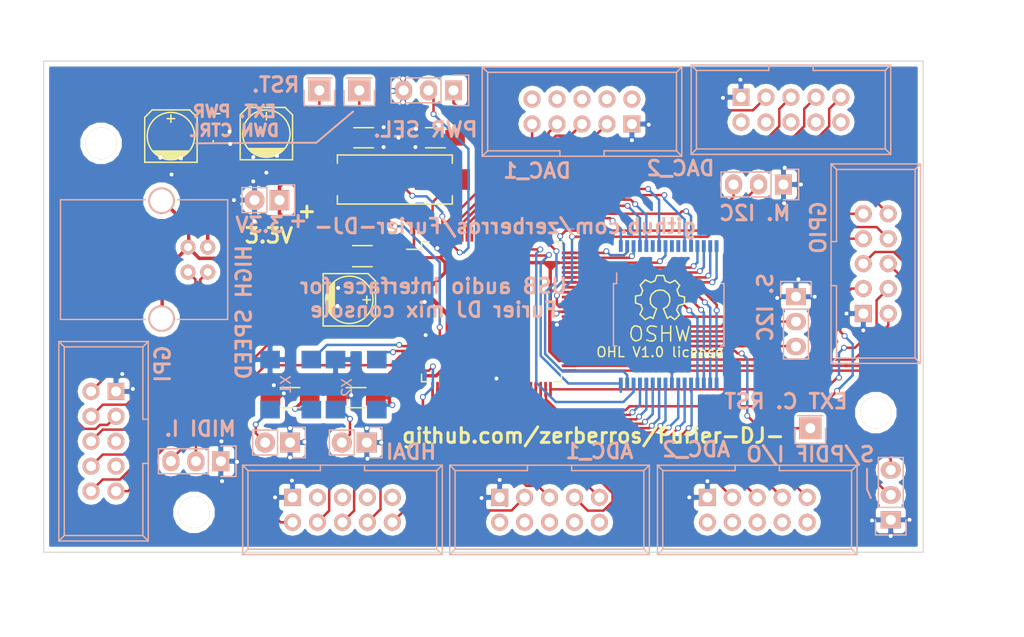
<source format=kicad_pcb>
(kicad_pcb (version 20210228) (generator pcbnew)
  (title_block (title "USB Interface") (date "2016-04-14") (rev "1.0") (company "Zerberros"))
  (layers (0 "F.Cu" signal) (31 "B.Cu" signal) (34 "B.Paste" user) (35 "F.Paste" user) (36 "B.SilkS" user "B.Silkscreen") (37 "F.SilkS" user "F.Silkscreen") (38 "B.Mask" user) (39 "F.Mask" user) (44 "Edge.Cuts" user))
  (net 0 "")
  (net 1 "+5V")
  (net 2 "GNDD")
  (net 3 "+3V3")
  (net 4 "Net-(C33-Pad1)")
  (net 5 "Net-(C34-Pad1)")
  (net 6 "Net-(C35-Pad1)")
  (net 7 "XPEE_D0")
  (net 8 "XPEE_D1")
  (net 9 "XPEE_D2")
  (net 10 "XPEE_D3")
  (net 11 "XPEE_D4")
  (net 12 "XPEE_D5")
  (net 13 "XPEE_D6")
  (net 14 "XPEE_D7")
  (net 15 "XPEE_CEN")
  (net 16 "XPEE_WRN")
  (net 17 "XPEE_RDN")
  (net 18 "XPEE_A0")
  (net 19 "XPEE_A1")
  (net 20 "XPEE_A2")
  (net 21 "XPEE_A3")
  (net 22 "XPEE_A4")
  (net 23 "XPEE_A5")
  (net 24 "XPEE_A6")
  (net 25 "XPEE_A7")
  (net 26 "XPEE_A8")
  (net 27 "XPEE_A9")
  (net 28 "XPEE_A10")
  (net 29 "XPEE_A11")
  (net 30 "XPEE_A12")
  (net 31 "XPEE_A13")
  (net 32 "XPEE_A14")
  (net 33 "XPEE_A15")
  (net 34 "Net-(P4-Pad3)")
  (net 35 "Net-(P4-Pad5)")
  (net 36 "Net-(P4-Pad7)")
  (net 37 "Net-(P4-Pad9)")
  (net 38 "Net-(P5-Pad3)")
  (net 39 "Net-(P5-Pad5)")
  (net 40 "Net-(P5-Pad7)")
  (net 41 "Net-(P5-Pad9)")
  (net 42 "Net-(P6-Pad2)")
  (net 43 "Net-(P7-Pad1)")
  (net 44 "Net-(P8-Pad2)")
  (net 45 "Net-(P11-Pad2)")
  (net 46 "Net-(P11-Pad3)")
  (net 47 "Net-(P12-Pad2)")
  (net 48 "Net-(P12-Pad4)")
  (net 49 "Net-(P12-Pad6)")
  (net 50 "Net-(P12-Pad8)")
  (net 51 "Net-(P12-Pad9)")
  (net 52 "Net-(P12-Pad10)")
  (net 53 "Net-(P14-Pad2)")
  (net 54 "Net-(P14-Pad3)")
  (net 55 "Net-(P15-Pad1)")
  (net 56 "Net-(P16-Pad1)")
  (net 57 "Net-(P18-Pad2)")
  (net 58 "Net-(P18-Pad3)")
  (net 59 "Net-(P19-Pad2)")
  (net 60 "Net-(P19-Pad4)")
  (net 61 "Net-(P19-Pad6)")
  (net 62 "Net-(P19-Pad8)")
  (net 63 "Net-(P19-Pad10)")
  (net 64 "Net-(P20-Pad3)")
  (net 65 "Net-(P20-Pad5)")
  (net 66 "Net-(P20-Pad7)")
  (net 67 "Net-(P20-Pad9)")
  (net 68 "Net-(P21-Pad3)")
  (net 69 "Net-(P21-Pad5)")
  (net 70 "Net-(P21-Pad7)")
  (net 71 "Net-(P21-Pad9)")
  (net 72 "Net-(P22-Pad2)")
  (net 73 "Net-(P22-Pad3)")
  (net 74 "GPIO_1")
  (net 75 "GPIO_2")
  (net 76 "GPIO_3")
  (net 77 "GPIO_4")
  (net 78 "GPIO_5")
  (net 79 "GPIO_6")
  (net 80 "GPIO_7")
  (net 81 "GPIO_8")
  (net 82 "GPIO_9")
  (net 83 "Net-(R23-Pad1)")
  (net 84 "Net-(U10-Pad20)")
  (net 85 "Net-(U10-Pad21)")
  (net 86 "GNDA")
  (net 87 "Net-(P3-Pad2)")
  (net 88 "/Sheet5744DB9D/USB_N")
  (net 89 "/Sheet5744DB9D/USB_P")
  (footprint "Capacitors_SMD:c_elec_5x5.3" (layer "F.Cu") (at 73.7235 120.22836 90)
    (fp_text reference "C31" hide)
    (fp_text value "10u")
  )
  (footprint "Capacitors_SMD:c_elec_5x5.3" (layer "F.Cu") (at 83.439 119.97436 90)
    (fp_text reference "C32" hide)
    (fp_text value "10u")
  )
  (footprint "Capacitors_SMD:C_1206_HandSoldering" (layer "F.Cu") (at 100.6475 120.396 180)
    (fp_text reference "C33" hide)
    (fp_text value "18p")
  )
  (footprint "Capacitors_SMD:C_1206_HandSoldering" (layer "F.Cu") (at 93.345 120.396)
    (fp_text reference "C34" hide)
    (fp_text value "18p" hide)
  )
  (footprint "Capacitors_SMD:c_elec_5x5.3" (layer "F.Cu") (at 91.8845 136.906)
    (fp_text reference "C35" hide)
    (fp_text value "10u")
  )
  (footprint "Capacitors_SMD:C_1206_HandSoldering" (layer "F.Cu") (at 85.852 146.8755 180)
    (fp_text reference "C36" hide)
    (fp_text value "0.01U")
  )
  (footprint "Capacitors_SMD:C_1206_HandSoldering" (layer "F.Cu") (at 92.583 146.8755 180)
    (fp_text reference "C37" hide)
    (fp_text value "0.01U")
  )
  (footprint "Resistors_SMD:R_1206_HandSoldering" (layer "F.Cu") (at 93.218 132.461 180)
    (fp_text reference "R23" hide)
    (fp_text value "12k 1%")
  )
  (footprint "TO_SOT_Packages_SMD:SOT-23" (layer "F.Cu") (at 78.6765 119.4435 90)
    (fp_text reference "U9" hide)
    (fp_text value "MCP1700T-3302E/TT")
  )
  (footprint "Housings_QFP:LQFP-100_14x14mm_Pitch0.5mm" (layer "F.Cu") (at 106.3625 138.124896)
    (fp_text reference "U10" hide)
    (fp_text value "CM6631")
  )
  (footprint "Crystals:Crystal_HC49-SD_SMD" (layer "F.Cu") (at 96.52 124.6505 180)
    (fp_text reference "Y2" hide)
    (fp_text value "12MHz")
  )
  (footprint "Symbols:Symbol_OSHW-Logo_SilkScreen" (layer "F.Cu") (at 123.5075 136.906)
    (fp_text reference "OHL V1.0 license")
    (fp_text value "CERN OHL V1.0 license")
  )
  (footprint "Mounting_Holes:MountingHole_3.2mm_M3" (layer "F.Cu") (at 66.6115 120.9675)
    (fp_text reference "REF**" hide)
    (fp_text value "MountingHole_3.2mm_M3")
  )
  (footprint "Mounting_Holes:MountingHole_3.2mm_M3" (layer "F.Cu") (at 76.073 158.5595)
    (fp_text reference "REF**" hide)
    (fp_text value "MountingHole_3.2mm_M3")
  )
  (footprint "Mounting_Holes:MountingHole_3.2mm_M3" (layer "F.Cu") (at 145.4785 148.3995)
    (fp_text reference "REF**" hide)
    (fp_text value "MountingHole_3.2mm_M3")
  )
  (footprint "Pin_Headers:Pin_Header_Straight_1x02" (layer "B.Cu") (at 84.7725 126.746 90)
    (fp_text reference "P2" hide)
    (fp_text value "CONN_01X02")
  )
  (footprint "Pin_Headers:Pin_Header_Straight_1x03" (layer "B.Cu") (at 102.489 115.57 90)
    (fp_text reference "P6" hide)
    (fp_text value "CONN_01X03")
  )
  (footprint "Pin_Headers:Pin_Header_Straight_1x01" (layer "B.Cu") (at 92.9005 115.57)
    (fp_text reference "P7" hide)
    (fp_text value "CONN_01X01")
  )
  (footprint "Connect:USB_B" (layer "B.Cu") (at 77.47 131.54152 180)
    (fp_text reference "P10" hide)
    (fp_text value "USB_B")
  )
  (footprint "Pin_Headers:Pin_Header_Straight_1x03" (layer "B.Cu") (at 136.0805 125.1585 90)
    (fp_text reference "P11" hide)
    (fp_text value "CONN_01X03")
  )
  (footprint "Pin_Headers:Pin_Header_Straight_1x03" (layer "B.Cu") (at 137.3505 136.5885 180)
    (fp_text reference "P14" hide)
    (fp_text value "CONN_01X03")
  )
  (footprint "Pin_Headers:Pin_Header_Straight_1x01" (layer "B.Cu") (at 88.8365 115.57)
    (fp_text reference "P15")
    (fp_text value "CONN_01X01")
  )
  (footprint "Pin_Headers:Pin_Header_Straight_1x01" (layer "B.Cu") (at 138.811 149.987)
    (fp_text reference "P16" hide)
    (fp_text value "CONN_01X01")
  )
  (footprint "Pin_Headers:Pin_Header_Straight_1x03" (layer "B.Cu") (at 78.8035 153.3525 90)
    (fp_text reference "P18" hide)
    (fp_text value "CONN_01X03")
  )
  (footprint "Pin_Headers:Pin_Header_Straight_1x03" (layer "B.Cu") (at 147.0025 159.3215)
    (fp_text reference "P22" hide)
    (fp_text value "CONN_01X03")
  )
  (footprint "oscillator:Oscillator" (layer "B.Cu") (at 85.9155 145.542 90)
    (fp_text reference "X1")
    (fp_text value "IQXO/7X")
  )
  (footprint "oscillator:Oscillator" (layer "B.Cu") (at 92.583 145.542 90)
    (fp_text reference "X2")
    (fp_text value "IQXO/7X")
  )
  (footprint "memory:TSSOP-32_14x8mm_Pitch0.65mm" (layer "B.Cu") (at 124.3965 138.43 -90)
    (fp_text reference "U11" hide)
    (fp_text value "SST39VF512")
  )
  (footprint "Pin_Headers:Pin_Header_Straight_1x02" (layer "B.Cu") (at 85.852 151.4475 90)
    (fp_text reference "P3")
    (fp_text value "CONN_01X02")
  )
  (footprint "Pin_Headers:Pin_Header_Straight_1x02" (layer "B.Cu") (at 93.6625 151.4475 90)
    (fp_text reference "P8" hide)
    (fp_text value "CONN_01X02")
  )
  (footprint "Connect:IDC_Header_Straight_10pins" (layer "B.Cu") (at 131.7625 116.2685)
    (fp_text reference "P4" hide)
    (fp_text value "CONN_02X05")
  )
  (footprint "Connect:IDC_Header_Straight_10pins" (layer "B.Cu") (at 120.65 118.999 180)
    (fp_text reference "P5" hide)
    (fp_text value "CONN_02X05")
  )
  (footprint "Connect:IDC_Header_Straight_10pins" (layer "B.Cu") (at 86.106 157.0355)
    (fp_text reference "P19" hide)
    (fp_text value "CONN_02X05")
  )
  (footprint "Connect:IDC_Header_Straight_10pins" (layer "B.Cu") (at 107.188 157.0355)
    (fp_text reference "P20" hide)
    (fp_text value "CONN_02X05")
  )
  (footprint "Connect:IDC_Header_Straight_10pins" (layer "B.Cu") (at 128.3335 157.0355)
    (fp_text reference "P21" hide)
    (fp_text value "CONN_02X05")
  )
  (footprint "Connect:IDC_Header_Straight_10pins" (layer "B.Cu") (at 144.2085 138.303 90)
    (fp_text reference "P23" hide)
    (fp_text value "CONN_02X05")
  )
  (footprint "Connect:IDC_Header_Straight_10pins" (layer "B.Cu") (at 68.1355 146.2405 -90)
    (fp_text reference "P12" hide)
    (fp_text value "CONN_02X05")
  )
  (gr_line (start 84.6455 120.904) (end 88.519 120.904) (layer "B.SilkS") (width 0.2))
  (gr_line (start 76.2635 120.9675) (end 84.6455 120.904) (layer "B.SilkS") (width 0.2))
  (gr_line (start 144.5895 154.1145) (end 144.5895 156.21) (layer "B.SilkS") (width 0.2))
  (gr_line (start 88.519 120.904) (end 92.2655 117.729) (layer "B.SilkS") (width 0.2))
  (gr_line (start 144.5895 156.21) (end 144.9705 157.099) (layer "B.SilkS") (width 0.2))
  (gr_line (start 60.7695 162.6235) (end 150.3045 162.6235) (angle 90) (layer "Edge.Cuts") (width 0.1))
  (gr_line (start 150.3045 162.6235) (end 150.3045 112.5855) (angle 90) (layer "Edge.Cuts") (width 0.1))
  (gr_line (start 60.7695 112.5855) (end 60.7695 162.6235) (angle 90) (layer "Edge.Cuts") (width 0.1))
  (gr_line (start 150.3045 112.5855) (end 60.7695 112.5855) (angle 90) (layer "Edge.Cuts") (width 0.1))
  (gr_text "EXT. PWR\nDWN CTRL" (at 80.2005 118.6815) (layer "B.SilkS") (effects (font (size 1.2 1.2) (thickness 0.3)) (justify mirror)))
  (gr_text "HIGH SPEED" (at 81.153 138.176 90) (layer "B.SilkS") (effects (font (size 1.5 1.5) (thickness 0.3)) (justify mirror)))
  (gr_text "HDAI" (at 98.171 152.4) (layer "B.SilkS") (effects (font (size 1.5 1.5) (thickness 0.3)) (justify mirror)))
  (gr_text "+" (at 86.6775 128.778) (layer "B.SilkS") (effects (font (size 1.5 1.5) (thickness 0.3)) (justify mirror)))
  (gr_text "DAC_2" (at 125.603 123.5075) (layer "B.SilkS") (effects (font (size 1.5 1.5) (thickness 0.3)) (justify mirror)))
  (gr_text "github.com/zerberros/Furier-DJ-" (at 107.7595 129.413) (layer "B.SilkS") (effects (font (size 1.5 1.5) (thickness 0.3)) (justify mirror)))
  (gr_text "USB audio interface for\nFurier DJ mix console" (at 100.457 136.7155) (layer "B.SilkS") (effects (font (size 1.5 1.5) (thickness 0.3)) (justify mirror)))
  (gr_text "PWR SEL." (at 99.6315 119.5705) (layer "B.SilkS") (effects (font (size 1.5 1.5) (thickness 0.3)) (justify mirror)))
  (gr_text "GPIO" (at 139.6365 129.54 90) (layer "B.SilkS") (effects (font (size 1.5 1.5) (thickness 0.3)) (justify mirror)))
  (gr_text "GPI" (at 72.898 143.4465 90) (layer "B.SilkS") (effects (font (size 1.5 1.5) (thickness 0.3)) (justify mirror)))
  (gr_text "ADC_2" (at 127.1905 152.146) (layer "B.SilkS") (effects (font (size 1.5 1.5) (thickness 0.3)) (justify mirror)))
  (gr_text "EXT C. RST" (at 136.3345 147.2565) (layer "B.SilkS") (effects (font (size 1.5 1.5) (thickness 0.3)) (justify mirror)))
  (gr_text "RST." (at 84.3915 114.9985) (layer "B.SilkS") (effects (font (size 1.5 1.5) (thickness 0.3)) (justify mirror)))
  (gr_text "S. I2C" (at 134.239 137.668 90) (layer "B.SilkS") (effects (font (size 1.5 1.5) (thickness 0.3)) (justify mirror)))
  (gr_text "3.3V\n" (at 82.7405 129.286) (layer "B.SilkS") (effects (font (size 1.5 1.5) (thickness 0.3)) (justify mirror)))
  (gr_text "ADC_1" (at 117.348 152.3365) (layer "B.SilkS") (effects (font (size 1.5 1.5) (thickness 0.3)) (justify mirror)))
  (gr_text "S/PDIF I/O" (at 138.811 152.654) (layer "B.SilkS") (effects (font (size 1.5 1.5) (thickness 0.3)) (justify mirror)))
  (gr_text "DAC_1" (at 110.998 123.7615) (layer "B.SilkS") (effects (font (size 1.5 1.5) (thickness 0.3)) (justify mirror)))
  (gr_text "MIDI I." (at 76.708 150.0505) (layer "B.SilkS") (effects (font (size 1.5 1.5) (thickness 0.3)) (justify mirror)))
  (gr_text "M. I2C" (at 133.1595 128.0795) (layer "B.SilkS") (effects (font (size 1.5 1.5) (thickness 0.3)) (justify mirror)))
  (gr_text "3.3V" (at 83.693 130.3655) (layer "F.SilkS") (effects (font (size 1.5 1.5) (thickness 0.3))))
  (gr_text "+" (at 87.5665 127.8255) (layer "F.SilkS") (effects (font (size 1.5 1.5) (thickness 0.3))))
  (gr_text "github.com/zerberros/Furier-DJ-" (at 116.713 150.749) (layer "F.SilkS") (effects (font (size 1.5 1.5) (thickness 0.3))))
  (segment (start 74.8736 118.02872) (end 73.7235 118.02872) (width 0.35) (layer "F.Cu") (net 1))
  (segment (start 77.67828 118.69345) (end 77.01355 118.02872) (width 0.35) (layer "F.Cu") (net 1))
  (segment (start 77.47 119.65178) (end 77.67828 119.4435) (width 0.35) (layer "F.Cu") (net 1))
  (segment (start 77.01355 118.02872) (end 74.8736 118.02872) (width 0.35) (layer "F.Cu") (net 1))
  (segment (start 77.67828 119.4435) (end 77.67828 118.69345) (width 0.35) (layer "F.Cu") (net 1))
  (segment (start 77.47 131.54152) (end 77.47 119.65178) (width 0.35) (layer "F.Cu") (net 1))
  (segment (start 95.345 120.396) (end 95.345 119.3485) (width 0.25) (layer "F.Cu") (net 2))
  (segment (start 73.7235 122.428) (end 73.7235 124.079) (width 0.25) (layer "F.Cu") (net 2))
  (segment (start 95.345 120.396) (end 96.901 120.396) (width 0.25) (layer "F.Cu") (net 2))
  (segment (start 85.852 151.4475) (end 85.852 149.987) (width 0.25) (layer "F.Cu") (net 2))
  (segment (start 85.852 151.4475) (end 87.249 151.4475) (width 0.25) (layer "F.Cu") (net 2))
  (segment (start 86.106 157.0355) (end 86.106 155.3845) (width 0.25) (layer "F.Cu") (net 2))
  (segment (start 136.0805 127) (end 136.144 127.0635) (width 0.25) (layer "F.Cu") (net 2))
  (segment (start 136.0805 125.1585) (end 137.8585 125.1585) (width 0.25) (layer "F.Cu") (net 2))
  (segment (start 131.7625 116.2685) (end 131.7625 114.554) (width 0.25) (layer "F.Cu") (net 2))
  (segment (start 144.2085 138.303) (end 142.494 138.303) (width 0.25) (layer "F.Cu") (net 2))
  (segment (start 113.333939 139.124896) (end 113.014115 139.44472) (width 0.25) (layer "F.Cu") (net 2))
  (segment (start 95.345 121.3165) (end 95.377 121.3485) (width 0.25) (layer "F.Cu") (net 2))
  (segment (start 82.2325 126.746) (end 80.137 126.746) (width 0.25) (layer "F.Cu") (net 2))
  (segment (start 83.852 146.8755) (end 84.7725 146.8755) (width 0.25) (layer "F.Cu") (net 2))
  (segment (start 83.852 146.8755) (end 83.852 145.9545) (width 0.25) (layer "F.Cu") (net 2))
  (segment (start 74.676 122.428) (end 74.7395 122.4915) (width 0.25) (layer "F.Cu") (net 2))
  (segment (start 100.8625 131.611) (end 100.838 131.6355) (width 0.25) (layer "F.Cu") (net 2))
  (segment (start 128.3335 157.0355) (end 128.3335 155.3845) (width 0.25) (layer "F.Cu") (net 2))
  (segment (start 145.161 159.3215) (end 145.0975 159.385) (width 0.25) (layer "F.Cu") (net 2))
  (segment (start 106.8625 146.024896) (end 106.8625 144.927907) (width 0.25) (layer "F.Cu") (net 2))
  (segment (start 135.5725 136.5885) (end 135.4455 136.7155) (width 0.25) (layer "F.Cu") (net 2))
  (segment (start 82.2325 124.968) (end 82.1055 124.841) (width 0.25) (layer "F.Cu") (net 2))
  (segment (start 129.9845 116.2685) (end 129.921 116.332) (width 0.25) (layer "F.Cu") (net 2))
  (segment (start 84.455 122.174) (end 84.5185 122.2375) (width 0.25) (layer "F.Cu") (net 2))
  (segment (start 100.8625 130.224896) (end 100.8625 131.611) (width 0.25) (layer "F.Cu") (net 2))
  (segment (start 82.2325 126.746) (end 82.2325 128.905) (width 0.25) (layer "F.Cu") (net 2))
  (segment (start 78.8035 153.3525) (end 80.391 153.3525) (width 0.25) (layer "F.Cu") (net 2))
  (segment (start 90.70086 135.74014) (end 90.7415 135.6995) (width 0.25) (layer "F.Cu") (net 2))
  (segment (start 99.528826 140.624896) (end 99.653846 140.499876) (width 0.25) (layer "F.Cu") (net 2))
  (segment (start 82.296 122.174) (end 82.1055 122.3645) (width 0.25) (layer "F.Cu") (net 2))
  (segment (start 78.8035 153.3525) (end 78.8035 155.2575) (width 0.25) (layer "F.Cu") (net 2))
  (segment (start 90.678 136.92886) (end 90.678 137.104672) (width 0.25) (layer "F.Cu") (net 2))
  (segment (start 98.6475 120.396) (end 98.6475 119.5385) (width 0.25) (layer "F.Cu") (net 2))
  (segment (start 98.6475 119.5385) (end 98.679 119.507) (width 0.25) (layer "F.Cu") (net 2))
  (segment (start 90.70086 136.906) (end 88.9635 136.906) (width 0.25) (layer "F.Cu") (net 2))
  (segment (start 87.249 151.4475) (end 87.3125 151.384) (width 0.25) (layer "F.Cu") (net 2))
  (segment (start 69.596 146.2405) (end 69.85 145.9865) (width 0.25) (layer "F.Cu") (net 2))
  (segment (start 107.8865 157.861) (end 107.8865 156.639686) (width 0.25) (layer "F.Cu") (net 2))
  (segment (start 79.67726 120.95226) (end 79.756 121.031) (width 0.25) (layer "F.Cu") (net 2))
  (segment (start 91.821 146.8755) (end 92.075 146.6215) (width 0.25) (layer "F.Cu") (net 2))
  (segment (start 93.6625 151.4475) (end 93.6625 149.987) (width 0.25) (layer "F.Cu") (net 2))
  (segment (start 120.65 118.999) (end 120.65 120.65) (width 0.25) (layer "F.Cu") (net 2))
  (segment (start 147.0025 159.3215) (end 147.0025 160.9725) (width 0.25) (layer "F.Cu") (net 2))
  (segment (start 79.67726 120.3935) (end 79.67726 120.95226) (width 0.25) (layer "F.Cu") (net 2))
  (segment (start 90.70086 136.906) (end 90.678 136.92886) (width 0.25) (layer "F.Cu") (net 2))
  (segment (start 78.8035 151.384) (end 78.867 151.3205) (width 0.25) (layer "F.Cu") (net 2))
  (segment (start 78.8035 153.3525) (end 78.8035 151.384) (width 0.25) (layer "F.Cu") (net 2))
  (segment (start 120.65 118.999) (end 122.301 118.999) (width 0.25) (layer "F.Cu") (net 2))
  (segment (start 86.106 157.0355) (end 84.328 157.0355) (width 0.25) (layer "F.Cu") (net 2))
  (segment (start 93.6625 151.4475) (end 93.6625 153.035) (width 0.25) (layer "F.Cu") (net 2))
  (segment (start 136.0805 125.1585) (end 136.0805 123.571) (width 0.25) (layer "F.Cu") (net 2))
  (segment (start 93.6625 153.035) (end 93.726 153.0985) (width 0.25) (layer "F.Cu") (net 2))
  (segment (start 144.2085 138.303) (end 144.2085 140.0175) (width 0.25) (layer "F.Cu") (net 2))
  (segment (start 83.439 122.174) (end 82.296 122.174) (width 0.25) (layer "F.Cu") (net 2))
  (segment (start 147.0025 159.3215) (end 148.9075 159.3215) (width 0.25) (layer "F.Cu") (net 2))
  (segment (start 97.409 115.57) (end 97.409 116.713) (width 0.25) (layer "F.Cu") (net 2))
  (segment (start 131.7625 116.2685) (end 129.9845 116.2685) (width 0.25) (layer "F.Cu") (net 2))
  (segment (start 96.901 120.396) (end 98.6475 120.396) (width 0.25) (layer "F.Cu") (net 2))
  (segment (start 95.345 119.3485) (end 95.377 119.3165) (width 0.25) (layer "F.Cu") (net 2))
  (segment (start 73.7235 124.079) (end 73.787 124.1425) (width 0.25) (layer "F.Cu") (net 2))
  (segment (start 68.1355 145.0975) (end 68.7705 144.4625) (width 0.25) (layer "F.Cu") (net 2))
  (segment (start 79.67726 120.3935) (end 79.67726 119.77624) (width 0.25) (layer "F.Cu") (net 2))
  (segment (start 83.852 145.9545) (end 84.201 145.6055) (width 0.25) (layer "F.Cu") (net 2))
  (segment (start 105.41 157.0355) (end 105.3465 157.099) (width 0.25) (layer "F.Cu") (net 2))
  (segment (start 98.6475 121.3165) (end 98.6155 121.3485) (width 0.25) (layer "F.Cu") (net 2))
  (segment (start 83.439 122.174) (end 84.455 122.174) (width 0.25) (layer "F.Cu") (net 2))
  (segment (start 90.70086 136.906) (end 90.70086 135.74014) (width 0.25) (layer "F.Cu") (net 2))
  (segment (start 79.67726 119.77624) (end 79.6925 119.761) (width 0.25) (layer "F.Cu") (net 2))
  (segment (start 83.439 122.174) (end 83.439 123.952) (width 0.25) (layer "F.Cu") (net 2))
  (segment (start 90.678 137.104672) (end 90.678 137.528936) (width 0.25) (layer "F.Cu") (net 2))
  (segment (start 136.0805 123.571) (end 136.2075 123.444) (width 0.25) (layer "F.Cu") (net 2))
  (segment (start 137.3505 135.0645) (end 137.6045 134.8105) (width 0.25) (layer "F.Cu") (net 2))
  (segment (start 86.106 155.3845) (end 86.0425 155.321) (width 0.25) (layer "F.Cu") (net 2))
  (segment (start 107.188 157.0355) (end 105.41 157.0355) (width 0.25) (layer "F.Cu") (net 2))
  (segment (start 128.3335 157.0355) (end 126.492 157.0355) (width 0.25) (layer "F.Cu") (net 2))
  (segment (start 97.409 115.57) (end 97.409 114.427) (width 0.25) (layer "F.Cu") (net 2))
  (segment (start 95.345 120.396) (end 95.345 121.3165) (width 0.25) (layer "F.Cu") (net 2))
  (segment (start 68.1355 146.2405) (end 69.596 146.2405) (width 0.25) (layer "F.Cu") (net 2))
  (segment (start 107.188 157.0355) (end 107.188 155.2575) (width 0.25) (layer "F.Cu") (net 2))
  (segment (start 82.2325 126.746) (end 82.2325 124.968) (width 0.25) (layer "F.Cu") (net 2))
  (segment (start 93.6625 151.4475) (end 95.123 151.4475) (width 0.25) (layer "F.Cu") (net 2))
  (segment (start 73.7235 122.428) (end 72.644 122.428) (width 0.25) (layer "F.Cu") (net 2))
  (segment (start 68.1355 146.2405) (end 68.1355 145.0975) (width 0.25) (layer "F.Cu") (net 2))
  (segment (start 73.7235 122.428) (end 74.676 122.428) (width 0.25) (layer "F.Cu") (net 2))
  (segment (start 98.6475 120.396) (end 98.6475 121.3165) (width 0.25) (layer "F.Cu") (net 2))
  (segment (start 122.301 118.999) (end 122.3645 119.0625) (width 0.25) (layer "F.Cu") (net 2))
  (segment (start 97.409 116.713) (end 97.3455 116.7765) (width 0.25) (layer "F.Cu") (net 2))
  (segment (start 137.3505 136.5885) (end 139.2555 136.5885) (width 0.25) (layer "F.Cu") (net 2))
  (segment (start 147.0025 159.3215) (end 145.161 159.3215) (width 0.25) (layer "F.Cu") (net 2))
  (segment (start 78.8035 155.2575) (end 78.9305 155.3845) (width 0.25) (layer "F.Cu") (net 2))
  (segment (start 84.7725 146.8755) (end 85.217 146.431) (width 0.25) (layer "F.Cu") (net 2))
  (segment (start 131.7625 114.554) (end 131.699 114.4905) (width 0.25) (layer "F.Cu") (net 2))
  (segment (start 114.2625 139.124896) (end 113.333939 139.124896) (width 0.25) (layer "F.Cu") (net 2))
  (segment (start 98.4625 137.124896) (end 99.559489 137.124896) (width 0.25) (layer "F.Cu") (net 2))
  (segment (start 136.0805 125.1585) (end 136.0805 127) (width 0.25) (layer "F.Cu") (net 2))
  (segment (start 137.3505 136.5885) (end 135.5725 136.5885) (width 0.25) (layer "F.Cu") (net 2))
  (segment (start 80.391 153.3525) (end 80.4545 153.416) (width 0.25) (layer "F.Cu") (net 2))
  (segment (start 85.852 151.4475) (end 85.852 152.9715) (width 0.25) (layer "F.Cu") (net 2))
  (segment (start 98.4625 140.624896) (end 99.528826 140.624896) (width 0.25) (layer "F.Cu") (net 2))
  (segment (start 90.583 146.8755) (end 91.821 146.8755) (width 0.25) (layer "F.Cu") (net 2))
  (segment (start 137.3505 136.5885) (end 137.3505 135.0645) (width 0.25) (layer "F.Cu") (net 2))
  (segment (start 97.409 114.427) (end 97.3455 114.3635) (width 0.25) (layer "F.Cu") (net 2))
  (via (at 129.921 116.332) (size 0.6) (drill 0.4) (layers "F.Cu" "B.Cu") (net 2))
  (via (at 126.492 157.0355) (size 0.6) (drill 0.4) (layers "F.Cu" "B.Cu") (net 2))
  (via (at 96.3295 115.6335) (size 0.6) (drill 0.4) (layers "F.Cu" "B.Cu") (net 2))
  (via (at 86.0425 155.321) (size 0.6) (drill 0.4) (layers "F.Cu" "B.Cu") (net 2))
  (via (at 95.377 119.3165) (size 0.6) (drill 0.4) (layers "F.Cu" "B.Cu") (net 2))
  (via (at 93.726 153.0985) (size 0.6) (drill 0.4) (layers "F.Cu" "B.Cu") (net 2))
  (via (at 74.7395 122.4915) (size 0.6) (drill 0.4) (layers "F.Cu" "B.Cu") (net 2))
  (via (at 135.4455 136.7155) (size 0.6) (drill 0.4) (layers "F.Cu" "B.Cu") (net 2))
  (via (at 78.9305 155.3845) (size 0.6) (drill 0.4) (layers "F.Cu" "B.Cu") (net 2))
  (via (at 113.014115 139.44472) (size 0.6) (drill 0.4) (layers "F.Cu" "B.Cu") (net 2))
  (via (at 136.144 127.0635) (size 0.6) (drill 0.4) (layers "F.Cu" "B.Cu") (net 2))
  (via (at 98.679 119.507) (size 0.6) (drill 0.4) (layers "F.Cu" "B.Cu") (net 2))
  (via (at 93.6625 149.987) (size 0.6) (drill 0.4) (layers "F.Cu" "B.Cu") (net 2))
  (via (at 98.6155 121.3485) (size 0.6) (drill 0.4) (layers "F.Cu" "B.Cu") (net 2))
  (via (at 145.0975 159.385) (size 0.6) (drill 0.4) (layers "F.Cu" "B.Cu") (net 2))
  (via (at 128.3335 155.3845) (size 0.6) (drill 0.4) (layers "F.Cu" "B.Cu") (net 2))
  (via (at 97.3455 114.3635) (size 0.6) (drill 0.4) (layers "F.Cu" "B.Cu") (net 2))
  (via (at 78.867 151.3205) (size 0.6) (drill 0.4) (layers "F.Cu" "B.Cu") (net 2))
  (via (at 83.439 123.952) (size 0.6) (drill 0.4) (layers "F.Cu" "B.Cu") (net 2))
  (via (at 80.4545 153.416) (size 0.6) (drill 0.4) (layers "F.Cu" "B.Cu") (net 2))
  (via (at 79.6925 119.761) (size 0.6) (drill 0.4) (layers "F.Cu" "B.Cu") (net 2))
  (via (at 69.85 145.9865) (size 0.6) (drill 0.4) (layers "F.Cu" "B.Cu") (net 2))
  (via (at 87.3125 151.384) (size 0.6) (drill 0.4) (layers "F.Cu" "B.Cu") (net 2))
  (via (at 82.1055 124.841) (size 0.6) (drill 0.4) (layers "F.Cu" "B.Cu") (net 2))
  (via (at 72.644 122.428) (size 0.6) (drill 0.4) (layers "F.Cu" "B.Cu") (net 2))
  (via (at 147.0025 160.9725) (size 0.6) (drill 0.4) (layers "F.Cu" "B.Cu") (net 2))
  (via (at 95.377 121.3485) (size 0.6) (drill 0.4) (layers "F.Cu" "B.Cu") (net 2))
  (via (at 84.5185 122.2375) (size 0.6) (drill 0.4) (layers "F.Cu" "B.Cu") (net 2))
  (via (at 107.188 155.2575) (size 0.6) (drill 0.4) (layers "F.Cu" "B.Cu") (net 2))
  (via (at 99.559489 137.124896) (size 0.6) (drill 0.4) (layers "F.Cu" "B.Cu") (net 2))
  (via (at 85.852 149.987) (size 0.6) (drill 0.4) (layers "F.Cu" "B.Cu") (net 2))
  (via (at 82.1055 122.3645) (size 0.6) (drill 0.4) (layers "F.Cu" "B.Cu") (net 2))
  (via (at 97.3455 116.7765) (size 0.6) (drill 0.4) (layers "F.Cu" "B.Cu") (net 2))
  (via (at 122.3645 119.0625) (size 0.6) (drill 0.4) (layers "F.Cu" "B.Cu") (net 2))
  (via (at 90.7415 135.6995) (size 0.6) (drill 0.4) (layers "F.Cu" "B.Cu") (net 2))
  (via (at 85.852 152.9715) (size 0.6) (drill 0.4) (layers "F.Cu" "B.Cu") (net 2))
  (via (at 92.075 146.6215) (size 0.6) (drill 0.4) (layers "F.Cu" "B.Cu") (net 2))
  (via (at 95.123 151.4475) (size 0.6) (drill 0.4) (layers "F.Cu" "B.Cu") (net 2))
  (via (at 84.201 145.6055) (size 0.6) (drill 0.4) (layers "F.Cu" "B.Cu") (net 2))
  (via (at 82.2325 128.905) (size 0.6) (drill 0.4) (layers "F.Cu" "B.Cu") (net 2))
  (via (at 137.8585 125.1585) (size 0.6) (drill 0.4) (layers "F.Cu" "B.Cu") (net 2))
  (via (at 106.8625 144.927907) (size 0.6) (drill 0.4) (layers "F.Cu" "B.Cu") (net 2))
  (via (at 148.9075 159.3215) (size 0.6) (drill 0.4) (layers "F.Cu" "B.Cu") (net 2))
  (via (at 80.137 126.746) (size 0.6) (drill 0.4) (layers "F.Cu" "B.Cu") (net 2))
  (via (at 96.901 120.396) (size 0.6) (drill 0.4) (layers "F.Cu" "B.Cu") (net 2))
  (via (at 73.787 124.1425) (size 0.6) (drill 0.4) (layers "F.Cu" "B.Cu") (net 2))
  (via (at 137.6045 134.8105) (size 0.6) (drill 0.4) (layers "F.Cu" "B.Cu") (net 2))
  (via (at 99.653846 140.499876) (size 0.6) (drill 0.4) (layers "F.Cu" "B.Cu") (net 2))
  (via (at 142.494 138.303) (size 0.6) (drill 0.4) (layers "F.Cu" "B.Cu") (net 2))
  (via (at 131.699 114.4905) (size 0.6) (drill 0.4) (layers "F.Cu" "B.Cu") (net 2))
  (via (at 84.328 157.0355) (size 0.6) (drill 0.4) (layers "F.Cu" "B.Cu") (net 2))
  (via (at 100.838 131.6355) (size 0.6) (drill 0.4) (layers "F.Cu" "B.Cu") (net 2))
  (via (at 136.2075 123.444) (size 0.6) (drill 0.4) (layers "F.Cu" "B.Cu") (net 2))
  (via (at 85.217 146.431) (size 0.6) (drill 0.4) (layers "F.Cu" "B.Cu") (net 2))
  (via (at 144.2085 140.0175) (size 0.6) (drill 0.4) (layers "F.Cu" "B.Cu") (net 2))
  (via (at 120.65 120.65) (size 0.6) (drill 0.4) (layers "F.Cu" "B.Cu") (net 2))
  (via (at 90.678 137.528936) (size 0.6) (drill 0.4) (layers "F.Cu" "B.Cu") (net 2))
  (via (at 105.3465 157.099) (size 0.6) (drill 0.4) (layers "F.Cu" "B.Cu") (net 2))
  (via (at 68.7705 144.4625) (size 0.6) (drill 0.4) (layers "F.Cu" "B.Cu") (net 2))
  (via (at 139.2555 136.5885) (size 0.6) (drill 0.4) (layers "F.Cu" "B.Cu") (net 2))
  (via (at 79.756 121.031) (size 0.6) (drill 0.4) (layers "F.Cu" "B.Cu") (net 2))
  (segment (start 96.393 115.57) (end 96.3295 115.6335) (width 0.25) (layer "B.Cu") (net 2))
  (segment (start 124.7215 145.43) (end 124.7215 144.343) (width 0.25) (layer "B.Cu") (net 2))
  (segment (start 97.409 115.57) (end 96.393 115.57) (width 0.25) (layer "B.Cu") (net 2))
  (segment (start 101.8625 144.2085) (end 101.473 144.2085) (width 0.35) (layer "F.Cu") (net 3))
  (segment (start 100.203 136.652) (end 101.8625 138.3115) (width 0.35) (layer "F.Cu") (net 3))
  (segment (start 64.897 150.0505) (end 62.6745 147.828) (width 0.25) (layer "F.Cu") (net 3))
  (segment (start 79.02721 118.4935) (end 79.67726 118.4935) (width 0.25) (layer "F.Cu") (net 3))
  (segment (start 114.2625 143.124896) (end 113.2625 143.124896) (width 0.25) (layer "F.Cu") (net 3))
  (segment (start 101.139722 132.603778) (end 101.8625 131.881) (width 0.35) (layer "F.Cu") (net 3))
  (segment (start 112.423896 133.731) (end 112.868396 133.2865) (width 0.35) (layer "F.Cu") (net 3))
  (segment (start 95.9555 147.327) (end 96.266 147.6375) (width 0.35) (layer "F.Cu") (net 3))
  (segment (start 101.8625 131.224896) (end 101.8625 131.289898) (width 0.25) (layer "F.Cu") (net 3))
  (segment (start 100.203 136.652) (end 100.203 135.57848) (width 0.35) (layer "F.Cu") (net 3))
  (segment (start 112.395 133.2865) (end 112.337487 133.344013) (width 0.35) (layer "F.Cu") (net 3))
  (segment (start 101.139722 132.624896) (end 101.139722 132.603778) (width 0.35) (layer "F.Cu") (net 3))
  (segment (start 94.583 146.8755) (end 94.383 146.8755) (width 0.35) (layer "F.Cu") (net 3))
  (segment (start 101.8075 143.963) (end 101.8625 144.018) (width 0.35) (layer "F.Cu") (net 3))
  (segment (start 112.868396 133.2865) (end 112.395 133.2865) (width 0.35) (layer "F.Cu") (net 3))
  (segment (start 98.159603 144.639897) (end 100.732603 144.639897) (width 0.35) (layer "F.Cu") (net 3))
  (segment (start 101.139722 132.603778) (end 99.483618 132.603778) (width 0.3) (layer "F.Cu") (net 3))
  (segment (start 101.8625 144.2085) (end 101.8625 144.018) (width 0.25) (layer "F.Cu") (net 3))
  (segment (start 112.395 133.124896) (end 112.395 133.2865) (width 0.35) (layer "F.Cu") (net 3))
  (segment (start 94.383 146.8755) (end 93.0495 145.542) (width 0.35) (layer "F.Cu") (net 3))
  (segment (start 112.395 133.731) (end 112.423896 133.731) (width 0.35) (layer "F.Cu") (net 3))
  (segment (start 112.337487 133.344013) (end 112.337487 137.933011) (width 0.35) (layer "F.Cu") (net 3))
  (segment (start 95.933 146.8755) (end 94.583 146.8755) (width 0.35) (layer "F.Cu") (net 3))
  (segment (start 101.7905 144.526) (end 101.473 144.2085) (width 0.35) (layer "F.Cu") (net 3))
  (segment (start 111.788896 133.124896) (end 112.395 133.731) (width 0.35) (layer "F.Cu") (net 3))
  (segment (start 111.76 133.124896) (end 113.03 133.124896) (width 0.35) (layer "F.Cu") (net 3))
  (segment (start 111.76 133.124896) (end 111.788896 133.124896) (width 0.35) (layer "F.Cu") (net 3))
  (segment (start 84.7725 125.38) (end 85.725 124.4275) (width 0.35) (layer "F.Cu") (net 3))
  (segment (start 98.4625 136.124896) (end 97.4625 136.124896) (width 0.25) (layer "F.Cu") (net 3))
  (segment (start 101.164 144.2085) (end 101.4095 143.963) (width 0.35) (layer "F.Cu") (net 3))
  (segment (start 95.9555 146.844) (end 98.159603 144.639897) (width 0.35) (layer "F.Cu") (net 3))
  (segment (start 99.644624 136.124896) (end 99.675896 136.124896) (width 0.35) (layer "F.Cu") (net 3))
  (segment (start 99.675896 136.124896) (end 100.203 136.652) (width 0.35) (layer "F.Cu") (net 3))
  (segment (start 62.6745 147.828) (end 62.6745 119.4435) (width 0.25) (layer "F.Cu") (net 3))
  (segment (start 101.639722 134.129798) (end 100.19702 135.5725) (width 0.35) (layer "F.Cu") (net 3))
  (segment (start 101.139722 132.624896) (end 101.639722 133.124896) (width 0.35) (layer "F.Cu") (net 3))
  (segment (start 97.4625 136.124896) (end 97.0915 135.753896) (width 0.25) (layer "F.Cu") (net 3))
  (segment (start 101.8625 144.526) (end 101.8625 144.959894) (width 0.35) (layer "F.Cu") (net 3))
  (segment (start 96.315402 130.169489) (end 86.829989 130.169489) (width 0.35) (layer "F.Cu") (net 3))
  (segment (start 104.902 125.937572) (end 104.902 119.249) (width 0.25) (layer "F.Cu") (net 3))
  (segment (start 101.8625 146.024896) (end 101.8625 144.2085) (width 0.25) (layer "F.Cu") (net 3))
  (segment (start 98.427501 132.589897) (end 97.452499 132.589897) (width 0.25) (layer "F.Cu") (net 3))
  (segment (start 100.203 135.57848) (end 100.19702 135.5725) (width 0.35) (layer "F.Cu") (net 3))
  (segment (start 84.7725 126.746) (end 84.7725 125.38) (width 0.35) (layer "F.Cu") (net 3))
  (segment (start 101.8625 130.224896) (end 101.8625 128.977072) (width 0.25) (layer "F.Cu") (net 3))
  (segment (start 84.7725 128.112) (end 84.7725 126.746) (width 0.35) (layer "F.Cu") (net 3))
  (segment (start 66.08463 150.0505) (end 64.897 150.0505) (width 0.25) (layer "F.Cu") (net 3))
  (segment (start 112.868396 133.2865) (end 113.03 133.124896) (width 0.35) (layer "F.Cu") (net 3))
  (segment (start 85.725 124.4275) (end 85.725 120.76049) (width 0.35) (layer "F.Cu") (net 3))
  (segment (start 89.3855 145.542) (end 88.052 146.8755) (width 0.35) (layer "F.Cu") (net 3))
  (segment (start 104.902 119.249) (end 102.489 116.836) (width 0.25) (layer "F.Cu") (net 3))
  (segment (start 100.00652 136.45552) (end 100.203 136.652) (width 0.35) (layer "F.Cu") (net 3))
  (segment (start 101.8625 144.526) (end 101.7905 144.526) (width 0.35) (layer "F.Cu") (net 3))
  (segment (start 62.6745 119.4435) (end 67.31 114.808) (width 0.25) (layer "F.Cu") (net 3))
  (segment (start 96.315402 130.169489) (end 96.2025 130.169489) (width 0.25) (layer "F.Cu") (net 3))
  (segment (start 87.852 146.8755) (end 87.503 146.8755) (width 0.35) (layer "F.Cu") (net 3))
  (segment (start 101.473 144.2085) (end 101.164 144.2085) (width 0.35) (layer "F.Cu") (net 3))
  (segment (start 99.4625 136.124896) (end 98.4625 136.124896) (width 0.25) (layer "F.Cu") (net 3))
  (segment (start 97.0915 135.753896) (end 97.0915 135.495896) (width 0.25) (layer "F.Cu") (net 3))
  (segment (start 97.205 131.059087) (end 97.205 132.342398) (width 0.35) (layer "F.Cu") (net 3))
  (segment (start 100.00652 135.763) (end 100.00652 136.45552) (width 0.35) (layer "F.Cu") (net 3))
  (segment (start 75.34171 114.808) (end 79.02721 118.4935) (width 0.25) (layer "F.Cu") (net 3))
  (segment (start 95.9555 146.853) (end 95.9555 147.327) (width 0.35) (layer "F.Cu") (net 3))
  (segment (start 112.291499 137.978999) (end 112.291499 142.136499) (width 0.35) (layer "F.Cu") (net 3))
  (segment (start 67.271901 149.644099) (end 66.491031 149.644099) (width 0.25) (layer "F.Cu") (net 3))
  (segment (start 101.8625 144.018) (end 101.8625 143.5735) (width 0.25) (layer "F.Cu") (net 3))
  (segment (start 101.8625 143.51) (end 101.8625 144.526) (width 0.35) (layer "F.Cu") (net 3))
  (segment (start 100.732603 144.639897) (end 101.164 144.2085) (width 0.35) (layer "F.Cu") (net 3))
  (segment (start 79.67726 118.4935) (end 82.72022 118.4935) (width 0.35) (layer "F.Cu") (net 3))
  (segment (start 101.8625 143.5735) (end 101.8625 138.524896) (width 0.25) (layer "F.Cu") (net 3))
  (segment (start 101.8625 138.3115) (end 101.8625 143.51) (width 0.35) (layer "F.Cu") (net 3))
  (segment (start 87.503 146.8755) (end 86.36 148.0185) (width 0.35) (layer "F.Cu") (net 3))
  (segment (start 113.03 133.124896) (end 113.197498 133.124896) (width 0.35) (layer "F.Cu") (net 3))
  (segment (start 101.8625 131.881) (end 101.8625 131.536004) (width 0.3) (layer "F.Cu") (net 3))
  (segment (start 86.829989 130.169489) (end 84.7725 128.112) (width 0.35) (layer "F.Cu") (net 3))
  (segment (start 112.395 133.731) (end 112.395 133.124896) (width 0.25) (layer "F.Cu") (net 3))
  (segment (start 97.205 132.342398) (end 97.452499 132.589897) (width 0.35) (layer "F.Cu") (net 3))
  (segment (start 101.8625 138.524896) (end 99.4625 136.124896) (width 0.25) (layer "F.Cu") (net 3))
  (segment (start 95.9555 146.844) (end 95.9555 146.853) (width 0.35) (layer "F.Cu") (net 3))
  (segment (start 114.2625 133.124896) (end 113.197498 133.124896) (width 0.25) (layer "F.Cu") (net 3))
  (segment (start 101.639722 133.124896) (end 111.76 133.124896) (width 0.35) (layer "F.Cu") (net 3))
  (segment (start 101.4095 143.963) (end 101.8075 143.963) (width 0.35) (layer "F.Cu") (net 3))
  (segment (start 102.489 116.836) (end 102.489 115.57) (width 0.25) (layer "F.Cu") (net 3))
  (segment (start 112.291499 142.136499) (end 113.264895 143.109895) (width 0.35) (layer "F.Cu") (net 3))
  (segment (start 101.8625 131.289898) (end 101.8625 130.224896) (width 0.25) (layer "F.Cu") (net 3))
  (segment (start 114.2625 133.124896) (end 123.351604 133.124896) (width 0.25) (layer "F.Cu") (net 3))
  (segment (start 68.1355 148.7805) (end 67.271901 149.644099) (width 0.25) (layer "F.Cu") (net 3))
  (segment (start 112.337487 137.933011) (end 112.291499 137.978999) (width 0.35) (layer "F.Cu") (net 3))
  (segment (start 66.491031 149.644099) (end 66.08463 150.0505) (width 0.25) (layer "F.Cu") (net 3))
  (segment (start 83.439 118.47449) (end 83.439 117.77472) (width 0.35) (layer "F.Cu") (net 3))
  (segment (start 101.4095 143.963) (end 101.8625 143.51) (width 0.35) (layer "F.Cu") (net 3))
  (segment (start 101.639722 133.124896) (end 101.639722 134.129798) (width 0.35) (layer "F.Cu") (net 3))
  (segment (start 98.4625 132.624896) (end 98.427501 132.589897) (width 0.25) (layer "F.Cu") (net 3))
  (segment (start 98.4625 132.624896) (end 99.4625 132.624896) (width 0.25) (layer "F.Cu") (net 3))
  (segment (start 101.8625 131.536004) (end 101.8625 131.224896) (width 0.25) (layer "F.Cu") (net 3))
  (segment (start 101.8625 128.977072) (end 104.902 125.937572) (width 0.25) (layer "F.Cu") (net 3))
  (segment (start 98.4625 136.124896) (end 99.573913 136.124896) (width 0.25) (layer "F.Cu") (net 3))
  (segment (start 97.4625 135.124896) (end 98.4625 135.124896) (width 0.25) (layer "F.Cu") (net 3))
  (segment (start 88.052 146.8755) (end 87.852 146.8755) (width 0.35) (layer "F.Cu") (net 3))
  (segment (start 95.9555 146.853) (end 95.933 146.8755) (width 0.35) (layer "F.Cu") (net 3))
  (segment (start 82.72022 118.4935) (end 83.439 117.77472) (width 0.35) (layer "F.Cu") (net 3))
  (segment (start 67.31 114.808) (end 75.34171 114.808) (width 0.25) (layer "F.Cu") (net 3))
  (segment (start 113.197498 133.124896) (end 112.395 133.124896) (width 0.25) (layer "F.Cu") (net 3))
  (segment (start 93.0495 145.542) (end 89.3855 145.542) (width 0.35) (layer "F.Cu") (net 3))
  (segment (start 100.19702 135.5725) (end 100.00652 135.763) (width 0.35) (layer "F.Cu") (net 3))
  (segment (start 99.644624 136.124896) (end 99.573913 136.124896) (width 0.35) (layer "F.Cu") (net 3))
  (segment (start 100.00652 135.763) (end 99.644624 136.124896) (width 0.35) (layer "F.Cu") (net 3))
  (segment (start 85.725 120.76049) (end 83.439 118.47449) (width 0.35) (layer "F.Cu") (net 3))
  (segment (start 97.0915 135.495896) (end 97.4625 135.124896) (width 0.25) (layer "F.Cu") (net 3))
  (segment (start 96.315402 130.169489) (end 97.205 131.059087) (width 0.35) (layer "F.Cu") (net 3))
  (segment (start 123.351604 133.124896) (end 123.5075 132.969) (width 0.25) (layer "F.Cu") (net 3))
  (via (at 96.266 147.6375) (size 0.6) (drill 0.4) (layers "F.Cu" "B.Cu") (net 3))
  (via (at 123.5075 132.969) (size 0.6) (drill 0.4) (layers "F.Cu" "B.Cu") (net 3))
  (via (at 86.36 148.0185) (size 0.6) (drill 0.4) (layers "F.Cu" "B.Cu") (net 3))
  (segment (start 95.1375 147.6375) (end 94.683 148.092) (width 0.35) (layer "B.Cu") (net 3))
  (segment (start 124.0715 132.405) (end 124.0715 131.43) (width 0.25) (layer "B.Cu") (net 3))
  (segment (start 123.5075 132.969) (end 124.0715 132.405) (width 0.25) (layer "B.Cu") (net 3))
  (segment (start 87.942 148.0185) (end 88.0155 148.092) (width 0.35) (layer "B.Cu") (net 3))
  (segment (start 96.266 147.6375) (end 95.1375 147.6375) (width 0.35) (layer "B.Cu") (net 3))
  (segment (start 86.36 148.0185) (end 87.942 148.0185) (width 0.35) (layer "B.Cu") (net 3))
  (segment (start 101.36886 121.47464) (end 102.4475 120.396) (width 0.25) (layer "F.Cu") (net 4))
  (segment (start 101.36886 124.6505) (end 101.36886 125.95079) (width 0.25) (layer "F.Cu") (net 4))
  (segment (start 101.36886 124.6505) (end 101.36886 121.47464) (width 0.25) (layer "F.Cu") (net 4))
  (segment (start 100.3625 126.95715) (end 100.3625 129.224896) (width 0.25) (layer "F.Cu") (net 4))
  (segment (start 101.36886 125.95079) (end 100.3625 126.95715) (width 0.25) (layer "F.Cu") (net 4))
  (segment (start 102.4475 120.396) (end 102.6475 120.396) (width 0.25) (layer "F.Cu") (net 4))
  (segment (start 100.3625 129.224896) (end 100.3625 130.224896) (width 0.25) (layer "F.Cu") (net 4))
  (segment (start 91.67114 120.72214) (end 91.345 120.396) (width 0.25) (layer "F.Cu") (net 5))
  (segment (start 98.4625 129.6918) (end 93.4212 124.6505) (width 0.25) (layer "F.Cu") (net 5))
  (segment (start 93.4212 124.6505) (end 91.67114 124.6505) (width 0.25) (layer "F.Cu") (net 5))
  (segment (start 98.4625 132.124896) (end 98.4625 129.6918) (width 0.25) (layer "F.Cu") (net 5))
  (segment (start 91.67114 124.6505) (end 91.67114 120.72214) (width 0.25) (layer "F.Cu") (net 5))
  (segment (start 94.365244 136.624896) (end 94.08414 136.906) (width 0.25) (layer "F.Cu") (net 6))
  (segment (start 98.4625 136.624896) (end 94.365244 136.624896) (width 0.25) (layer "F.Cu") (net 6))
  (segment (start 107.8625 147.024896) (end 107.8625 146.024896) (width 0.25) (layer "F.Cu") (net 7))
  (segment (start 126.4285 149.987) (end 124.635337 151.780163) (width 0.25) (layer "F.Cu") (net 7))
  (segment (start 107.8625 146.024896) (end 107.8625 147.136309) (width 0.25) (layer "F.Cu") (net 7))
  (segment (start 111.551477 151.780163) (end 107.8625 148.091186) (width 0.25) (layer "F.Cu") (net 7))
  (segment (start 124.635337 151.780163) (end 111.551477 151.780163) (width 0.25) (layer "F.Cu") (net 7))
  (segment (start 107.8625 148.091186) (end 107.8625 147.024896) (width 0.25) (layer "F.Cu") (net 7))
  (via (at 126.4285 149.987) (size 0.6) (drill 0.4) (layers "F.Cu" "B.Cu") (net 7))
  (segment (start 126.728499 145.486999) (end 126.6715 145.43) (width 0.25) (layer "B.Cu") (net 7))
  (segment (start 126.6715 146.28) (end 126.6715 145.43) (width 0.25) (layer "B.Cu") (net 7))
  (segment (start 126.728499 149.687001) (end 126.728499 145.486999) (width 0.25) (layer "B.Cu") (net 7))
  (segment (start 126.4285 149.987) (end 126.728499 149.687001) (width 0.25) (layer "B.Cu") (net 7))
  (segment (start 124.005848 151.330152) (end 125.049001 150.286999) (width 0.25) (layer "F.Cu") (net 8))
  (segment (start 111.737877 151.330152) (end 124.005848 151.330152) (width 0.25) (layer "F.Cu") (net 8))
  (segment (start 108.3625 146.024896) (end 108.3625 147.954775) (width 0.25) (layer "F.Cu") (net 8))
  (segment (start 108.3625 146.024896) (end 108.397499 146.024896) (width 0.25) (layer "F.Cu") (net 8))
  (segment (start 125.049001 150.286999) (end 125.349 149.987) (width 0.25) (layer "F.Cu") (net 8))
  (segment (start 108.3625 147.954775) (end 111.737877 151.330152) (width 0.25) (layer "F.Cu") (net 8))
  (via (at 125.349 149.987) (size 0.6) (drill 0.4) (layers "F.Cu" "B.Cu") (net 8))
  (segment (start 126.0215 146.28) (end 126.0215 145.43) (width 0.25) (layer "B.Cu") (net 8))
  (segment (start 125.349 149.987) (end 126.0215 149.3145) (width 0.25) (layer "B.Cu") (net 8))
  (segment (start 126.0215 149.3145) (end 126.0215 146.28) (width 0.25) (layer "B.Cu") (net 8))
  (segment (start 111.924277 150.880141) (end 123.439859 150.880141) (width 0.25) (layer "F.Cu") (net 9))
  (segment (start 123.439859 150.880141) (end 124.3965 149.9235) (width 0.25) (layer "F.Cu") (net 9))
  (segment (start 108.8625 147.818364) (end 111.924277 150.880141) (width 0.25) (layer "F.Cu") (net 9))
  (segment (start 108.8625 146.024896) (end 108.8625 147.818364) (width 0.25) (layer "F.Cu") (net 9))
  (via (at 124.3965 149.9235) (size 0.6) (drill 0.4) (layers "F.Cu" "B.Cu") (net 9))
  (segment (start 125.3715 145.43) (end 125.3715 148.9485) (width 0.25) (layer "B.Cu") (net 9))
  (segment (start 125.3715 148.9485) (end 124.3965 149.9235) (width 0.25) (layer "B.Cu") (net 9))
  (segment (start 109.3625 147.681953) (end 112.110677 150.43013) (width 0.25) (layer "F.Cu") (net 10))
  (segment (start 112.110677 150.43013) (end 122.870027 150.43013) (width 0.25) (layer "F.Cu") (net 10))
  (segment (start 109.3625 146.024896) (end 109.3625 147.681953) (width 0.25) (layer "F.Cu") (net 10))
  (segment (start 123.532622 149.767535) (end 123.538941 149.761216) (width 0.25) (layer "F.Cu") (net 10))
  (segment (start 122.870027 150.43013) (end 123.538941 149.761216) (width 0.25) (layer "F.Cu") (net 10))
  (via (at 123.538941 149.761216) (size 0.6) (drill 0.4) (layers "F.Cu" "B.Cu") (net 10))
  (segment (start 124.0715 145.43) (end 124.0715 149.228657) (width 0.25) (layer "B.Cu") (net 10))
  (segment (start 124.0715 149.228657) (end 123.83894 149.461217) (width 0.25) (layer "B.Cu") (net 10))
  (segment (start 123.83894 149.461217) (end 123.538941 149.761216) (width 0.25) (layer "B.Cu") (net 10))
  (segment (start 112.297077 149.980119) (end 122.436127 149.980119) (width 0.25) (layer "F.Cu") (net 11))
  (segment (start 109.8625 146.024896) (end 109.8625 147.545542) (width 0.25) (layer "F.Cu") (net 11))
  (segment (start 109.8625 147.545542) (end 112.297077 149.980119) (width 0.25) (layer "F.Cu") (net 11))
  (segment (start 122.436127 149.980119) (end 122.675635 149.740611) (width 0.25) (layer "F.Cu") (net 11))
  (via (at 122.675635 149.740611) (size 0.6) (drill 0.4) (layers "F.Cu" "B.Cu") (net 11))
  (segment (start 123.4215 148.994746) (end 122.975634 149.440612) (width 0.25) (layer "B.Cu") (net 11))
  (segment (start 123.4215 145.43) (end 123.4215 148.994746) (width 0.25) (layer "B.Cu") (net 11))
  (segment (start 122.975634 149.440612) (end 122.675635 149.740611) (width 0.25) (layer "B.Cu") (net 11))
  (segment (start 121.789705 149.530108) (end 121.987892 149.331921) (width 0.25) (layer "F.Cu") (net 12))
  (segment (start 110.3625 146.024896) (end 110.3625 147.409131) (width 0.25) (layer "F.Cu") (net 12))
  (segment (start 112.483477 149.530108) (end 121.789705 149.530108) (width 0.25) (layer "F.Cu") (net 12))
  (segment (start 110.3625 147.409131) (end 112.483477 149.530108) (width 0.25) (layer "F.Cu") (net 12))
  (via (at 121.987892 149.331921) (size 0.6) (drill 0.4) (layers "F.Cu" "B.Cu") (net 12))
  (segment (start 122.7715 145.43) (end 122.7715 148.548313) (width 0.25) (layer "B.Cu") (net 12))
  (segment (start 122.7715 148.548313) (end 122.287891 149.031922) (width 0.25) (layer "B.Cu") (net 12))
  (segment (start 122.287891 149.031922) (end 121.987892 149.331921) (width 0.25) (layer "B.Cu") (net 12))
  (segment (start 110.8625 146.024896) (end 110.8625 147.27272) (width 0.25) (layer "F.Cu") (net 13))
  (segment (start 112.669877 149.080097) (end 121.111203 149.080097) (width 0.25) (layer "F.Cu") (net 13))
  (segment (start 110.8625 147.27272) (end 112.669877 149.080097) (width 0.25) (layer "F.Cu") (net 13))
  (segment (start 121.111203 149.080097) (end 121.383336 148.807964) (width 0.25) (layer "F.Cu") (net 13))
  (via (at 121.383336 148.807964) (size 0.6) (drill 0.4) (layers "F.Cu" "B.Cu") (net 13))
  (segment (start 121.683335 148.507965) (end 121.383336 148.807964) (width 0.25) (layer "B.Cu") (net 13))
  (segment (start 122.1215 145.43) (end 122.1215 148.0698) (width 0.25) (layer "B.Cu") (net 13))
  (segment (start 122.1215 148.0698) (end 121.683335 148.507965) (width 0.25) (layer "B.Cu") (net 13))
  (segment (start 120.456148 148.629931) (end 120.709766 148.376313) (width 0.25) (layer "F.Cu") (net 14))
  (segment (start 111.3625 146.024896) (end 111.3625 147.136309) (width 0.25) (layer "F.Cu") (net 14))
  (segment (start 111.3625 147.136309) (end 112.856122 148.629931) (width 0.25) (layer "F.Cu") (net 14))
  (segment (start 112.856122 148.629931) (end 120.456148 148.629931) (width 0.25) (layer "F.Cu") (net 14))
  (via (at 120.709766 148.376313) (size 0.6) (drill 0.4) (layers "F.Cu" "B.Cu") (net 14))
  (segment (start 121.4715 145.43) (end 121.4715 147.614579) (width 0.25) (layer "B.Cu") (net 14))
  (segment (start 121.4715 147.614579) (end 121.009765 148.076314) (width 0.25) (layer "B.Cu") (net 14))
  (segment (start 121.009765 148.076314) (end 120.709766 148.376313) (width 0.25) (layer "B.Cu") (net 14))
  (segment (start 110.902376 131.77248) (end 111.32664 131.77248) (width 0.25) (layer "F.Cu") (net 15))
  (segment (start 109.3625 130.224896) (end 109.3625 131.224896) (width 0.25) (layer "F.Cu") (net 15))
  (segment (start 109.910084 131.77248) (end 110.902376 131.77248) (width 0.25) (layer "F.Cu") (net 15))
  (segment (start 109.3625 131.224896) (end 109.910084 131.77248) (width 0.25) (layer "F.Cu") (net 15))
  (via (at 111.32664 131.77248) (size 0.6) (drill 0.4) (layers "F.Cu" "B.Cu") (net 15))
  (segment (start 110.917967 132.181153) (end 111.026641 132.072479) (width 0.25) (layer "B.Cu") (net 15))
  (segment (start 119.7815 147.32) (end 112.903 147.32) (width 0.25) (layer "B.Cu") (net 15))
  (segment (start 111.026641 132.072479) (end 111.32664 131.77248) (width 0.25) (layer "B.Cu") (net 15))
  (segment (start 110.917967 145.334967) (end 110.917967 132.181153) (width 0.25) (layer "B.Cu") (net 15))
  (segment (start 120.8215 146.28) (end 119.7815 147.32) (width 0.25) (layer "B.Cu") (net 15))
  (segment (start 120.8215 145.43) (end 120.8215 146.28) (width 0.25) (layer "B.Cu") (net 15))
  (segment (start 112.903 147.32) (end 110.917967 145.334967) (width 0.25) (layer "B.Cu") (net 15))
  (segment (start 108.8625 130.224896) (end 108.8625 129.067839) (width 0.25) (layer "F.Cu") (net 16))
  (segment (start 112.317359 125.61298) (end 121.876736 125.61298) (width 0.25) (layer "F.Cu") (net 16))
  (segment (start 121.876736 125.61298) (end 122.301 125.61298) (width 0.25) (layer "F.Cu") (net 16))
  (segment (start 108.8625 129.067839) (end 112.317359 125.61298) (width 0.25) (layer "F.Cu") (net 16))
  (via (at 122.301 125.61298) (size 0.6) (drill 0.4) (layers "F.Cu" "B.Cu") (net 16))
  (segment (start 123.4215 131.43) (end 123.4215 126.73348) (width 0.25) (layer "B.Cu") (net 16))
  (segment (start 122.600999 125.912979) (end 122.301 125.61298) (width 0.25) (layer "B.Cu") (net 16))
  (segment (start 123.4215 126.73348) (end 122.600999 125.912979) (width 0.25) (layer "B.Cu") (net 16))
  (segment (start 108.3625 131.224896) (end 109.535104 132.3975) (width 0.25) (layer "F.Cu") (net 17))
  (segment (start 108.3625 130.224896) (end 108.3625 131.224896) (width 0.25) (layer "F.Cu") (net 17))
  (segment (start 112.141 132.3975) (end 112.2045 132.334) (width 0.25) (layer "F.Cu") (net 17))
  (segment (start 109.535104 132.3975) (end 112.141 132.3975) (width 0.25) (layer "F.Cu") (net 17))
  (via (at 112.2045 132.334) (size 0.6) (drill 0.4) (layers "F.Cu" "B.Cu") (net 17))
  (segment (start 111.367978 142.611389) (end 111.367978 133.170522) (width 0.25) (layer "B.Cu") (net 17))
  (segment (start 111.367978 133.170522) (end 111.904501 132.633999) (width 0.25) (layer "B.Cu") (net 17))
  (segment (start 114.186589 145.43) (end 111.367978 142.611389) (width 0.25) (layer "B.Cu") (net 17))
  (segment (start 111.904501 132.633999) (end 112.2045 132.334) (width 0.25) (layer "B.Cu") (net 17))
  (segment (start 119.5215 145.43) (end 114.186589 145.43) (width 0.25) (layer "B.Cu") (net 17))
  (segment (start 119.5215 145.43) (end 119.5215 146.28) (width 0.25) (layer "B.Cu") (net 17))
  (segment (start 125.631396 137.124896) (end 126.492 137.9855) (width 0.25) (layer "F.Cu") (net 18))
  (segment (start 114.2625 137.124896) (end 125.631396 137.124896) (width 0.25) (layer "F.Cu") (net 18))
  (via (at 126.492 137.9855) (size 0.6) (drill 0.4) (layers "F.Cu" "B.Cu") (net 18))
  (segment (start 127.3215 138.815) (end 127.3215 145.43) (width 0.25) (layer "B.Cu") (net 18))
  (segment (start 126.492 137.9855) (end 127.3215 138.815) (width 0.25) (layer "B.Cu") (net 18))
  (segment (start 114.2625 136.624896) (end 126.401396 136.624896) (width 0.25) (layer "F.Cu") (net 19))
  (segment (start 126.401396 136.624896) (end 127.6985 137.922) (width 0.25) (layer "F.Cu") (net 19))
  (via (at 127.6985 137.922) (size 0.6) (drill 0.4) (layers "F.Cu" "B.Cu") (net 19))
  (segment (start 127.9715 138.195) (end 127.6985 137.922) (width 0.25) (layer "B.Cu") (net 19))
  (segment (start 127.9715 145.43) (end 127.9715 138.195) (width 0.25) (layer "B.Cu") (net 19))
  (segment (start 114.2625 136.124896) (end 127.044396 136.124896) (width 0.25) (layer "F.Cu") (net 20))
  (segment (start 127.762 136.8425) (end 128.0795 137.16) (width 0.25) (layer "F.Cu") (net 20))
  (segment (start 127.044396 136.124896) (end 127.762 136.8425) (width 0.25) (layer "F.Cu") (net 20))
  (via (at 128.0795 137.16) (size 0.6) (drill 0.4) (layers "F.Cu" "B.Cu") (net 20))
  (segment (start 128.0795 137.16) (end 128.6215 137.702) (width 0.25) (layer "B.Cu") (net 20))
  (segment (start 128.6215 137.702) (end 128.6215 145.43) (width 0.25) (layer "B.Cu") (net 20))
  (segment (start 129.286 137.414) (end 127.496896 135.624896) (width 0.25) (layer "F.Cu") (net 21))
  (segment (start 114.2625 135.624896) (end 127.496896 135.624896) (width 0.25) (layer "F.Cu") (net 21))
  (segment (start 129.286 137.9855) (end 129.286 137.414) (width 0.25) (layer "F.Cu") (net 21))
  (via (at 129.286 137.9855) (size 0.6) (drill 0.4) (layers "F.Cu" "B.Cu") (net 21))
  (segment (start 129.2715 145.43) (end 129.2715 138) (width 0.25) (layer "B.Cu") (net 21))
  (segment (start 129.2715 138) (end 129.286 137.9855) (width 0.25) (layer "B.Cu") (net 21))
  (segment (start 114.2625 135.124896) (end 128.838396 135.124896) (width 0.25) (layer "F.Cu") (net 22))
  (segment (start 128.838396 135.124896) (end 128.8415 135.128) (width 0.25) (layer "F.Cu") (net 22))
  (via (at 128.8415 135.128) (size 0.6) (drill 0.4) (layers "F.Cu" "B.Cu") (net 22))
  (segment (start 129.2715 134.698) (end 129.2715 131.43) (width 0.25) (layer "B.Cu") (net 22))
  (segment (start 128.8415 135.128) (end 129.2715 134.698) (width 0.25) (layer "B.Cu") (net 22))
  (segment (start 128.246996 134.624896) (end 128.429897 134.441995) (width 0.25) (layer "F.Cu") (net 23))
  (segment (start 114.2625 134.624896) (end 128.246996 134.624896) (width 0.25) (layer "F.Cu") (net 23))
  (via (at 128.429897 134.441995) (size 0.6) (drill 0.4) (layers "F.Cu" "B.Cu") (net 23))
  (segment (start 128.6215 134.250392) (end 128.429897 134.441995) (width 0.25) (layer "B.Cu") (net 23))
  (segment (start 128.6215 131.43) (end 128.6215 134.250392) (width 0.25) (layer "B.Cu") (net 23))
  (segment (start 127.431604 134.124896) (end 127.5715 133.985) (width 0.25) (layer "F.Cu") (net 24))
  (segment (start 114.2625 134.124896) (end 127.431604 134.124896) (width 0.25) (layer "F.Cu") (net 24))
  (via (at 127.5715 133.985) (size 0.6) (drill 0.4) (layers "F.Cu" "B.Cu") (net 24))
  (segment (start 127.9715 133.585) (end 127.9715 131.43) (width 0.25) (layer "B.Cu") (net 24))
  (segment (start 127.5715 133.985) (end 127.9715 133.585) (width 0.25) (layer "B.Cu") (net 24))
  (segment (start 126.788604 133.624896) (end 126.9365 133.477) (width 0.25) (layer "F.Cu") (net 25))
  (segment (start 114.2625 133.624896) (end 126.788604 133.624896) (width 0.25) (layer "F.Cu") (net 25))
  (via (at 126.9365 133.477) (size 0.6) (drill 0.4) (layers "F.Cu" "B.Cu") (net 25))
  (segment (start 127.3215 133.092) (end 127.3215 131.43) (width 0.25) (layer "B.Cu") (net 25))
  (segment (start 126.9365 133.477) (end 127.3215 133.092) (width 0.25) (layer "B.Cu") (net 25))
  (segment (start 120.486104 132.624896) (end 120.65 132.461) (width 0.25) (layer "F.Cu") (net 26))
  (segment (start 114.2625 132.624896) (end 120.486104 132.624896) (width 0.25) (layer "F.Cu") (net 26))
  (via (at 120.65 132.461) (size 0.6) (drill 0.4) (layers "F.Cu" "B.Cu") (net 26))
  (segment (start 120.65 132.461) (end 120.8215 132.2895) (width 0.25) (layer "B.Cu") (net 26))
  (segment (start 120.8215 132.2895) (end 120.8215 131.43) (width 0.25) (layer "B.Cu") (net 26))
  (segment (start 117.874604 132.124896) (end 118.0465 131.953) (width 0.25) (layer "F.Cu") (net 27))
  (segment (start 114.2625 132.124896) (end 117.874604 132.124896) (width 0.25) (layer "F.Cu") (net 27))
  (via (at 118.0465 131.953) (size 0.6) (drill 0.4) (layers "F.Cu" "B.Cu") (net 27))
  (segment (start 118.448501 132.355001) (end 119.866999 132.355001) (width 0.25) (layer "B.Cu") (net 27))
  (segment (start 118.0465 131.953) (end 118.448501 132.355001) (width 0.25) (layer "B.Cu") (net 27))
  (segment (start 120.1715 132.0505) (end 120.1715 131.43) (width 0.25) (layer "B.Cu") (net 27))
  (segment (start 119.866999 132.355001) (end 120.1715 132.0505) (width 0.25) (layer "B.Cu") (net 27))
  (segment (start 112.3625 131.349) (end 112.9665 131.953) (width 0.25) (layer "F.Cu") (net 28))
  (segment (start 112.3625 130.224896) (end 112.3625 131.349) (width 0.25) (layer "F.Cu") (net 28))
  (via (at 112.9665 131.953) (size 0.6) (drill 0.4) (layers "F.Cu" "B.Cu") (net 28))
  (segment (start 113.6015 144.2085) (end 119.8 144.2085) (width 0.25) (layer "B.Cu") (net 28))
  (segment (start 120.1715 144.58) (end 120.1715 145.43) (width 0.25) (layer "B.Cu") (net 28))
  (segment (start 112.9665 131.953) (end 112.9665 134.999589) (width 0.25) (layer "B.Cu") (net 28))
  (segment (start 111.817989 136.1481) (end 111.817989 142.424989) (width 0.25) (layer "B.Cu") (net 28))
  (segment (start 119.8 144.2085) (end 120.1715 144.58) (width 0.25) (layer "B.Cu") (net 28))
  (segment (start 112.9665 134.999589) (end 111.817989 136.1481) (width 0.25) (layer "B.Cu") (net 28))
  (segment (start 111.817989 142.424989) (end 113.6015 144.2085) (width 0.25) (layer "B.Cu") (net 28))
  (segment (start 111.897499 129.214895) (end 112.524894 128.5875) (width 0.25) (layer "F.Cu") (net 29))
  (segment (start 118.4275 128.5875) (end 118.6815 128.8415) (width 0.25) (layer "F.Cu") (net 29))
  (segment (start 111.8625 130.224896) (end 111.897499 130.189897) (width 0.25) (layer "F.Cu") (net 29))
  (segment (start 112.524894 128.5875) (end 118.4275 128.5875) (width 0.25) (layer "F.Cu") (net 29))
  (segment (start 111.897499 130.189897) (end 111.897499 129.214895) (width 0.25) (layer "F.Cu") (net 29))
  (via (at 118.6815 128.8415) (size 0.6) (drill 0.4) (layers "F.Cu" "B.Cu") (net 29))
  (segment (start 119.5215 129.6815) (end 119.5215 131.43) (width 0.25) (layer "B.Cu") (net 29))
  (segment (start 118.6815 128.8415) (end 119.5215 129.6815) (width 0.25) (layer "B.Cu") (net 29))
  (segment (start 112.338494 128.137489) (end 125.501747 128.137489) (width 0.25) (layer "F.Cu") (net 30))
  (segment (start 125.750236 127.889) (end 126.1745 127.889) (width 0.25) (layer "F.Cu") (net 30))
  (segment (start 125.501747 128.137489) (end 125.750236 127.889) (width 0.25) (layer "F.Cu") (net 30))
  (segment (start 111.3625 129.113483) (end 112.338494 128.137489) (width 0.25) (layer "F.Cu") (net 30))
  (segment (start 111.3625 130.224896) (end 111.3625 129.113483) (width 0.25) (layer "F.Cu") (net 30))
  (via (at 126.1745 127.889) (size 0.6) (drill 0.4) (layers "F.Cu" "B.Cu") (net 30))
  (segment (start 126.1745 127.889) (end 126.6715 128.386) (width 0.25) (layer "B.Cu") (net 30))
  (segment (start 126.6715 128.386) (end 126.6715 131.43) (width 0.25) (layer "B.Cu") (net 30))
  (segment (start 110.8625 130.224896) (end 110.8625 128.977072) (width 0.25) (layer "F.Cu") (net 31))
  (segment (start 119.781236 127.32748) (end 120.2055 127.32748) (width 0.25) (layer "F.Cu") (net 31))
  (segment (start 112.512092 127.32748) (end 119.781236 127.32748) (width 0.25) (layer "F.Cu") (net 31))
  (segment (start 110.8625 128.977072) (end 112.512092 127.32748) (width 0.25) (layer "F.Cu") (net 31))
  (via (at 120.2055 127.32748) (size 0.6) (drill 0.4) (layers "F.Cu" "B.Cu") (net 31))
  (segment (start 121.4715 128.59348) (end 120.505499 127.627479) (width 0.25) (layer "B.Cu") (net 31))
  (segment (start 121.4715 131.43) (end 121.4715 128.59348) (width 0.25) (layer "B.Cu") (net 31))
  (segment (start 120.505499 127.627479) (end 120.2055 127.32748) (width 0.25) (layer "B.Cu") (net 31))
  (segment (start 110.3625 128.840661) (end 112.500683 126.702478) (width 0.25) (layer "F.Cu") (net 32))
  (segment (start 120.68789 126.860489) (end 120.987889 127.160488) (width 0.25) (layer "F.Cu") (net 32))
  (segment (start 120.529879 126.702478) (end 120.68789 126.860489) (width 0.25) (layer "F.Cu") (net 32))
  (segment (start 110.3625 130.224896) (end 110.3625 128.840661) (width 0.25) (layer "F.Cu") (net 32))
  (segment (start 112.500683 126.702478) (end 120.529879 126.702478) (width 0.25) (layer "F.Cu") (net 32))
  (via (at 120.987889 127.160488) (size 0.6) (drill 0.4) (layers "F.Cu" "B.Cu") (net 32))
  (segment (start 121.287888 127.460487) (end 120.987889 127.160488) (width 0.25) (layer "B.Cu") (net 32))
  (segment (start 122.1215 128.294099) (end 121.287888 127.460487) (width 0.25) (layer "B.Cu") (net 32))
  (segment (start 122.1215 131.43) (end 122.1215 128.294099) (width 0.25) (layer "B.Cu") (net 32))
  (segment (start 109.8625 130.224896) (end 109.8625 128.70425) (width 0.25) (layer "F.Cu") (net 33))
  (segment (start 109.8625 128.70425) (end 112.32875 126.238) (width 0.25) (layer "F.Cu") (net 33))
  (segment (start 112.32875 126.238) (end 123.527736 126.238) (width 0.25) (layer "F.Cu") (net 33))
  (segment (start 123.527736 126.238) (end 123.952 126.238) (width 0.25) (layer "F.Cu") (net 33))
  (via (at 123.952 126.238) (size 0.6) (drill 0.4) (layers "F.Cu" "B.Cu") (net 33))
  (segment (start 126.0215 130.58) (end 126.0215 131.43) (width 0.25) (layer "B.Cu") (net 33))
  (segment (start 126.0215 128.731764) (end 126.0215 130.58) (width 0.25) (layer "B.Cu") (net 33))
  (segment (start 123.952 126.662264) (end 126.0215 128.731764) (width 0.25) (layer "B.Cu") (net 33))
  (segment (start 123.952 126.238) (end 123.952 126.662264) (width 0.25) (layer "B.Cu") (net 33))
  (segment (start 132.969 117.602) (end 133.438901 117.132099) (width 0.25) (layer "F.Cu") (net 34))
  (segment (start 133.438901 117.132099) (end 134.3025 116.2685) (width 0.25) (layer "F.Cu") (net 34))
  (segment (start 106.3625 130.224896) (end 106.3625 128.140179) (width 0.25) (layer "F.Cu") (net 34))
  (segment (start 127.127 117.602) (end 132.969 117.602) (width 0.25) (layer "F.Cu") (net 34))
  (segment (start 106.3625 128.140179) (end 113.107212 121.395467) (width 0.25) (layer "F.Cu") (net 34))
  (segment (start 123.333533 121.395467) (end 127.127 117.602) (width 0.25) (layer "F.Cu") (net 34))
  (segment (start 113.107212 121.395467) (end 123.333533 121.395467) (width 0.25) (layer "F.Cu") (net 34))
  (segment (start 106.8625 128.27659) (end 113.293612 121.845478) (width 0.25) (layer "F.Cu") (net 35))
  (segment (start 135.978901 117.132099) (end 136.8425 116.2685) (width 0.25) (layer "F.Cu") (net 35))
  (segment (start 135.653899 119.216231) (end 135.653899 117.457101) (width 0.25) (layer "F.Cu") (net 35))
  (segment (start 135.653899 117.457101) (end 135.978901 117.132099) (width 0.25) (layer "F.Cu") (net 35))
  (segment (start 133.024652 121.845478) (end 135.653899 119.216231) (width 0.25) (layer "F.Cu") (net 35))
  (segment (start 106.8625 130.224896) (end 106.8625 128.27659) (width 0.25) (layer "F.Cu") (net 35))
  (segment (start 113.293612 121.845478) (end 133.024652 121.845478) (width 0.25) (layer "F.Cu") (net 35))
  (segment (start 139.3825 116.2685) (end 138.193899 117.457101) (width 0.25) (layer "F.Cu") (net 36))
  (segment (start 138.193899 119.216231) (end 135.114641 122.295489) (width 0.25) (layer "F.Cu") (net 36))
  (segment (start 138.193899 117.457101) (end 138.193899 119.216231) (width 0.25) (layer "F.Cu") (net 36))
  (segment (start 113.480011 122.295489) (end 107.3625 128.413) (width 0.25) (layer "F.Cu") (net 36))
  (segment (start 135.114641 122.295489) (end 113.480011 122.295489) (width 0.25) (layer "F.Cu") (net 36))
  (segment (start 107.3625 129.224896) (end 107.3625 130.224896) (width 0.25) (layer "F.Cu") (net 36))
  (segment (start 107.3625 128.413) (end 107.3625 129.224896) (width 0.25) (layer "F.Cu") (net 36))
  (segment (start 140.733899 119.216231) (end 140.733899 117.457101) (width 0.25) (layer "F.Cu") (net 37))
  (segment (start 107.8625 130.224896) (end 107.8625 129.224896) (width 0.25) (layer "F.Cu") (net 37))
  (segment (start 114.341896 122.7455) (end 137.20463 122.7455) (width 0.25) (layer "F.Cu") (net 37))
  (segment (start 141.058901 117.132099) (end 141.9225 116.2685) (width 0.25) (layer "F.Cu") (net 37))
  (segment (start 107.8625 129.224896) (end 114.341896 122.7455) (width 0.25) (layer "F.Cu") (net 37))
  (segment (start 140.733899 117.457101) (end 141.058901 117.132099) (width 0.25) (layer "F.Cu") (net 37))
  (segment (start 137.20463 122.7455) (end 140.733899 119.216231) (width 0.25) (layer "F.Cu") (net 37))
  (segment (start 105.8625 130.224896) (end 105.8625 128.003768) (width 0.25) (layer "F.Cu") (net 38))
  (segment (start 116.163544 120.945456) (end 117.246401 119.862599) (width 0.25) (layer "F.Cu") (net 38))
  (segment (start 105.8625 128.003768) (end 112.920812 120.945456) (width 0.25) (layer "F.Cu") (net 38))
  (segment (start 117.246401 119.862599) (end 118.11 118.999) (width 0.25) (layer "F.Cu") (net 38))
  (segment (start 112.920812 120.945456) (end 116.163544 120.945456) (width 0.25) (layer "F.Cu") (net 38))
  (segment (start 103.8625 130.224896) (end 103.8625 129.249894) (width 0.25) (layer "F.Cu") (net 39))
  (segment (start 103.8625 129.249894) (end 112.924793 120.187601) (width 0.25) (layer "F.Cu") (net 39))
  (segment (start 112.924793 120.187601) (end 114.381399 120.187601) (width 0.25) (layer "F.Cu") (net 39))
  (segment (start 114.381399 120.187601) (end 114.706401 119.862599) (width 0.25) (layer "F.Cu") (net 39))
  (segment (start 114.706401 119.862599) (end 115.57 118.999) (width 0.25) (layer "F.Cu") (net 39))
  (segment (start 112.166401 119.862599) (end 113.03 118.999) (width 0.25) (layer "F.Cu") (net 40))
  (segment (start 103.3625 129.113483) (end 110.1725 122.303484) (width 0.25) (layer "F.Cu") (net 40))
  (segment (start 103.3625 129.113483) (end 112.166401 120.309582) (width 0.25) (layer "F.Cu") (net 40))
  (segment (start 112.166401 120.309582) (end 112.166401 119.862599) (width 0.25) (layer "F.Cu") (net 40))
  (segment (start 103.3625 130.224896) (end 103.3625 129.113483) (width 0.25) (layer "F.Cu") (net 40))
  (segment (start 102.8625 130.224896) (end 102.8625 128.974589) (width 0.25) (layer "F.Cu") (net 41))
  (segment (start 110.49 121.347089) (end 110.49 120.220314) (width 0.25) (layer "F.Cu") (net 41))
  (segment (start 102.8625 128.974589) (end 110.49 121.347089) (width 0.25) (layer "F.Cu") (net 41))
  (segment (start 110.49 120.220314) (end 110.49 118.999) (width 0.25) (layer "F.Cu") (net 41))
  (segment (start 100.457 116.078) (end 99.949 115.57) (width 0.25) (layer "F.Cu") (net 42))
  (segment (start 102.3625 130.224896) (end 102.3625 131.3185) (width 0.25) (layer "F.Cu") (net 42))
  (segment (start 100.457 117.983) (end 100.457 116.078) (width 0.25) (layer "F.Cu") (net 42))
  (segment (start 102.3625 131.3185) (end 103.124 132.08) (width 0.25) (layer "F.Cu") (net 42))
  (via (at 103.124 132.08) (size 0.6) (drill 0.4) (layers "F.Cu" "B.Cu") (net 42))
  (via (at 100.457 117.983) (size 0.6) (drill 0.4) (layers "F.Cu" "B.Cu") (net 42))
  (segment (start 103.548264 132.08) (end 104.013 131.615264) (width 0.25) (layer "B.Cu") (net 42))
  (segment (start 104.013 121.539) (end 102.1715 119.6975) (width 0.25) (layer "B.Cu") (net 42))
  (segment (start 102.1715 119.6975) (end 100.457 117.983) (width 0.25) (layer "B.Cu") (net 42))
  (segment (start 103.124 132.08) (end 103.548264 132.08) (width 0.25) (layer "B.Cu") (net 42))
  (segment (start 104.013 131.615264) (end 104.013 121.539) (width 0.25) (layer "B.Cu") (net 42))
  (segment (start 92.9005 120.904) (end 92.9005 115.57) (width 0.25) (layer "F.Cu") (net 43))
  (segment (start 101.3625 128.4135) (end 101.346 128.397) (width 0.25) (layer "F.Cu") (net 43))
  (segment (start 98.298 126.3015) (end 92.9005 120.904) (width 0.25) (layer "F.Cu") (net 43))
  (segment (start 101.3625 130.224896) (end 101.3625 128.4135) (width 0.25) (layer "F.Cu") (net 43))
  (via (at 101.346 128.397) (size 0.6) (drill 0.4) (layers "F.Cu" "B.Cu") (net 43))
  (via (at 98.298 126.3015) (size 0.6) (drill 0.4) (layers "F.Cu" "B.Cu") (net 43))
  (segment (start 98.3615 126.365) (end 98.298 126.3015) (width 0.25) (layer "B.Cu") (net 43))
  (segment (start 101.346 128.397) (end 101.346 127.972736) (width 0.25) (layer "B.Cu") (net 43))
  (segment (start 101.346 127.972736) (end 99.738264 126.365) (width 0.25) (layer "B.Cu") (net 43))
  (segment (start 99.738264 126.365) (end 98.3615 126.365) (width 0.25) (layer "B.Cu") (net 43))
  (segment (start 91.948 149.0345) (end 91.948 150.622) (width 0.25) (layer "F.Cu") (net 44))
  (segment (start 91.948 150.622) (end 91.1225 151.4475) (width 0.25) (layer "F.Cu") (net 44))
  (via (at 91.948 149.0345) (size 0.6) (drill 0.4) (layers "F.Cu" "B.Cu") (net 44))
  (segment (start 90.483 148.092) (end 91.0055 148.092) (width 0.25) (layer "B.Cu") (net 44))
  (segment (start 91.0055 148.092) (end 91.948 149.0345) (width 0.25) (layer "B.Cu") (net 44))
  (segment (start 133.5405 125.3109) (end 128.36888 130.48252) (width 0.25) (layer "F.Cu") (net 45))
  (segment (start 128.36888 130.48252) (end 114.978264 130.48252) (width 0.25) (layer "F.Cu") (net 45))
  (segment (start 113.2625 137.624896) (end 113.012612 137.375008) (width 0.25) (layer "F.Cu") (net 45))
  (segment (start 114.978264 130.48252) (end 114.554 130.48252) (width 0.25) (layer "F.Cu") (net 45))
  (segment (start 133.5405 125.1585) (end 133.5405 125.3109) (width 0.25) (layer "F.Cu") (net 45))
  (segment (start 113.012612 137.375008) (end 113.012612 136.898049) (width 0.25) (layer "F.Cu") (net 45))
  (segment (start 113.012612 136.898049) (end 113.012612 136.473785) (width 0.25) (layer "F.Cu") (net 45))
  (segment (start 114.2625 137.624896) (end 113.2625 137.624896) (width 0.25) (layer "F.Cu") (net 45))
  (via (at 114.554 130.48252) (size 0.6) (drill 0.4) (layers "F.Cu" "B.Cu") (net 45))
  (via (at 113.012612 136.473785) (size 0.6) (drill 0.4) (layers "F.Cu" "B.Cu") (net 45))
  (segment (start 114.554 134.932397) (end 113.312611 136.173786) (width 0.25) (layer "B.Cu") (net 45))
  (segment (start 114.554 130.48252) (end 114.554 134.932397) (width 0.25) (layer "B.Cu") (net 45))
  (segment (start 113.312611 136.173786) (end 113.012612 136.473785) (width 0.25) (layer "B.Cu") (net 45))
  (segment (start 113.144604 138.124896) (end 114.2625 138.124896) (width 0.25) (layer "F.Cu") (net 46))
  (segment (start 131.0005 125.1585) (end 131.0005 126.4245) (width 0.25) (layer "F.Cu") (net 46))
  (segment (start 127.5675 129.8575) (end 113.919 129.8575) (width 0.25) (layer "F.Cu") (net 46))
  (segment (start 112.9665 138.303) (end 113.144604 138.124896) (width 0.25) (layer "F.Cu") (net 46))
  (segment (start 113.919 129.8575) (end 113.3475 130.429) (width 0.25) (layer "F.Cu") (net 46))
  (segment (start 131.0005 126.4245) (end 127.5675 129.8575) (width 0.25) (layer "F.Cu") (net 46))
  (via (at 113.3475 130.429) (size 0.6) (drill 0.4) (layers "F.Cu" "B.Cu") (net 46))
  (via (at 112.9665 138.303) (size 0.6) (drill 0.4) (layers "F.Cu" "B.Cu") (net 46))
  (segment (start 112.268 136.3345) (end 112.268 137.6045) (width 0.25) (layer "B.Cu") (net 46))
  (segment (start 113.7285 131.234264) (end 113.7285 134.874) (width 0.25) (layer "B.Cu") (net 46))
  (segment (start 112.268 137.6045) (end 112.9665 138.303) (width 0.25) (layer "B.Cu") (net 46))
  (segment (start 113.7285 134.874) (end 112.268 136.3345) (width 0.25) (layer "B.Cu") (net 46))
  (segment (start 113.3475 130.429) (end 113.3475 130.853264) (width 0.25) (layer "B.Cu") (net 46))
  (segment (start 113.3475 130.853264) (end 113.7285 131.234264) (width 0.25) (layer "B.Cu") (net 46))
  (segment (start 96.250216 137.624896) (end 95.721175 138.153937) (width 0.25) (layer "F.Cu") (net 47))
  (segment (start 76.857063 138.153937) (end 73.5965 141.4145) (width 0.25) (layer "F.Cu") (net 47))
  (segment (start 73.5965 141.4145) (end 70.4215 141.4145) (width 0.25) (layer "F.Cu") (net 47))
  (segment (start 98.4625 137.624896) (end 96.250216 137.624896) (width 0.25) (layer "F.Cu") (net 47))
  (segment (start 95.721175 138.153937) (end 76.857063 138.153937) (width 0.25) (layer "F.Cu") (net 47))
  (segment (start 70.4215 141.4145) (end 65.5955 146.2405) (width 0.25) (layer "F.Cu") (net 47))
  (segment (start 95.907575 138.603948) (end 78.185052 138.603948) (width 0.25) (layer "F.Cu") (net 48))
  (segment (start 96.386627 138.124896) (end 95.907575 138.603948) (width 0.25) (layer "F.Cu") (net 48))
  (segment (start 98.4625 138.124896) (end 96.386627 138.124896) (width 0.25) (layer "F.Cu") (net 48))
  (segment (start 78.185052 138.603948) (end 69.197101 147.591899) (width 0.25) (layer "F.Cu") (net 48))
  (segment (start 66.784101 147.591899) (end 65.5955 148.7805) (width 0.25) (layer "F.Cu") (net 48))
  (segment (start 69.197101 147.591899) (end 66.784101 147.591899) (width 0.25) (layer "F.Cu") (net 48))
  (segment (start 68.943101 150.131899) (end 80.021041 139.053959) (width 0.25) (layer "F.Cu") (net 49))
  (segment (start 97.4625 138.624896) (end 98.4625 138.624896) (width 0.25) (layer "F.Cu") (net 49))
  (segment (start 96.523037 138.624896) (end 97.4625 138.624896) (width 0.25) (layer "F.Cu") (net 49))
  (segment (start 84.7725 139.053959) (end 87.0585 139.053959) (width 0.25) (layer "F.Cu") (net 49))
  (segment (start 84.7725 139.053959) (end 84.529541 139.053959) (width 0.25) (layer "F.Cu") (net 49))
  (segment (start 65.5955 151.3205) (end 66.784101 150.131899) (width 0.25) (layer "F.Cu") (net 49))
  (segment (start 85.777459 139.053959) (end 87.0585 139.053959) (width 0.25) (layer "F.Cu") (net 49))
  (segment (start 87.0585 139.053959) (end 96.093974 139.053959) (width 0.25) (layer "F.Cu") (net 49))
  (segment (start 96.093974 139.053959) (end 96.523037 138.624896) (width 0.25) (layer "F.Cu") (net 49))
  (segment (start 80.021041 139.053959) (end 84.7725 139.053959) (width 0.25) (layer "F.Cu") (net 49))
  (segment (start 66.784101 150.131899) (end 68.943101 150.131899) (width 0.25) (layer "F.Cu") (net 49))
  (segment (start 96.280374 139.50397) (end 86.106 139.50397) (width 0.25) (layer "F.Cu") (net 50))
  (segment (start 82.301528 139.503972) (end 84.841528 139.503972) (width 0.25) (layer "F.Cu") (net 50))
  (segment (start 65.5955 153.8605) (end 66.784101 152.671899) (width 0.25) (layer "F.Cu") (net 50))
  (segment (start 66.784101 152.671899) (end 69.133601 152.671899) (width 0.25) (layer "F.Cu") (net 50))
  (segment (start 86.106 139.50397) (end 85.963859 139.50397) (width 0.25) (layer "F.Cu") (net 50))
  (segment (start 86.105998 139.503972) (end 86.106 139.50397) (width 0.25) (layer "F.Cu") (net 50))
  (segment (start 69.133601 152.671899) (end 82.301528 139.503972) (width 0.25) (layer "F.Cu") (net 50))
  (segment (start 98.4625 139.124896) (end 96.65945 139.124896) (width 0.25) (layer "F.Cu") (net 50))
  (segment (start 84.841528 139.503972) (end 86.105998 139.503972) (width 0.25) (layer "F.Cu") (net 50))
  (segment (start 96.65945 139.124896) (end 96.280374 139.50397) (width 0.25) (layer "F.Cu") (net 50))
  (segment (start 70.6755 154.36991) (end 84.641419 140.403991) (width 0.25) (layer "F.Cu") (net 51))
  (segment (start 97.320405 140.403991) (end 97.5995 140.124896) (width 0.25) (layer "F.Cu") (net 51))
  (segment (start 69.356814 156.4005) (end 70.6755 155.081814) (width 0.25) (layer "F.Cu") (net 51))
  (segment (start 84.641419 140.403991) (end 85.910009 140.403991) (width 0.25) (layer "F.Cu") (net 51))
  (segment (start 68.1355 156.4005) (end 69.356814 156.4005) (width 0.25) (layer "F.Cu") (net 51))
  (segment (start 85.910009 140.403991) (end 97.320405 140.403991) (width 0.25) (layer "F.Cu") (net 51))
  (segment (start 70.6755 155.081814) (end 70.6755 154.36991) (width 0.25) (layer "F.Cu") (net 51))
  (segment (start 97.5995 140.124896) (end 98.4625 140.124896) (width 0.25) (layer "F.Cu") (net 51))
  (segment (start 65.5955 156.4005) (end 66.784101 155.211899) (width 0.25) (layer "F.Cu") (net 52))
  (segment (start 83.801148 139.953982) (end 96.466775 139.953981) (width 0.25) (layer "F.Cu") (net 52))
  (segment (start 68.543231 155.211899) (end 83.801148 139.953982) (width 0.25) (layer "F.Cu") (net 52))
  (segment (start 98.627104 139.624896) (end 98.4625 139.624896) (width 0.25) (layer "F.Cu") (net 52))
  (segment (start 96.466775 139.953981) (end 96.79586 139.624896) (width 0.25) (layer "F.Cu") (net 52))
  (segment (start 66.784101 155.211899) (end 68.543231 155.211899) (width 0.25) (layer "F.Cu") (net 52))
  (segment (start 96.79586 139.624896) (end 98.627104 139.624896) (width 0.25) (layer "F.Cu") (net 52))
  (segment (start 131.796694 141.124896) (end 127.127 141.124896) (width 0.25) (layer "F.Cu") (net 53))
  (segment (start 114.200896 141.124896) (end 115.237502 141.124896) (width 0.25) (layer "F.Cu") (net 53))
  (segment (start 131.796694 141.124896) (end 133.79309 139.1285) (width 0.25) (layer "F.Cu") (net 53))
  (segment (start 133.79309 139.1285) (end 137.3505 139.1285) (width 0.25) (layer "F.Cu") (net 53))
  (segment (start 127.595396 141.124896) (end 127.127 141.124896) (width 0.25) (layer "F.Cu") (net 53))
  (segment (start 127.127 141.124896) (end 114.200896 141.124896) (width 0.25) (layer "F.Cu") (net 53))
  (segment (start 131.1275 141.624896) (end 131.337896 141.624896) (width 0.25) (layer "F.Cu") (net 54))
  (segment (start 114.2625 141.624896) (end 131.1275 141.624896) (width 0.25) (layer "F.Cu") (net 54))
  (segment (start 131.933104 141.624896) (end 131.699 141.624896) (width 0.25) (layer "F.Cu") (net 54))
  (segment (start 131.699 141.624896) (end 131.1275 141.624896) (width 0.25) (layer "F.Cu") (net 54))
  (segment (start 114.2625 141.624896) (end 137.306896 141.624896) (width 0.25) (layer "F.Cu") (net 54))
  (segment (start 137.306896 141.624896) (end 137.3505 141.6685) (width 0.25) (layer "F.Cu") (net 54))
  (segment (start 95.6945 128.651) (end 96.4565 129.413) (width 0.25) (layer "F.Cu") (net 55))
  (segment (start 90.043 128.651) (end 95.6945 128.651) (width 0.25) (layer "F.Cu") (net 55))
  (segment (start 101.092 139.7) (end 101.092 140.589) (width 0.25) (layer "F.Cu") (net 55))
  (segment (start 100.556104 141.124896) (end 98.4625 141.124896) (width 0.25) (layer "F.Cu") (net 55))
  (segment (start 87.63 126.238) (end 90.043 128.651) (width 0.25) (layer "F.Cu") (net 55))
  (segment (start 88.8365 115.57) (end 88.8365 120.65) (width 0.25) (layer "F.Cu") (net 55))
  (segment (start 96.4565 129.413) (end 96.52 129.413) (width 0.25) (layer "F.Cu") (net 55))
  (segment (start 87.63 121.8565) (end 87.63 125.045002) (width 0.25) (layer "F.Cu") (net 55))
  (segment (start 87.63 125.045002) (end 87.63 126.238) (width 0.25) (layer "F.Cu") (net 55))
  (segment (start 101.092 140.589) (end 100.556104 141.124896) (width 0.25) (layer "F.Cu") (net 55))
  (segment (start 88.8365 120.65) (end 87.63 121.8565) (width 0.25) (layer "F.Cu") (net 55))
  (via (at 96.52 129.413) (size 0.6) (drill 0.4) (layers "F.Cu" "B.Cu") (net 55))
  (via (at 101.092 139.7) (size 0.6) (drill 0.4) (layers "F.Cu" "B.Cu") (net 55))
  (segment (start 97.409 129.413) (end 101.092 133.096) (width 0.25) (layer "B.Cu") (net 55))
  (segment (start 101.092 133.096) (end 101.092 139.7) (width 0.25) (layer "B.Cu") (net 55))
  (segment (start 96.52 129.413) (end 97.409 129.413) (width 0.25) (layer "B.Cu") (net 55))
  (segment (start 133.6675 149.987) (end 132.3975 148.717) (width 0.25) (layer "F.Cu") (net 56))
  (segment (start 114.2625 142.124896) (end 130.3655 142.124896) (width 0.25) (layer "F.Cu") (net 56))
  (segment (start 138.811 149.987) (end 133.6675 149.987) (width 0.25) (layer "F.Cu") (net 56))
  (segment (start 131.401736 142.367) (end 131.159632 142.124896) (width 0.25) (layer "F.Cu") (net 56))
  (segment (start 131.159632 142.124896) (end 130.3655 142.124896) (width 0.25) (layer "F.Cu") (net 56))
  (segment (start 131.826 142.367) (end 131.401736 142.367) (width 0.25) (layer "F.Cu") (net 56))
  (segment (start 130.3655 142.124896) (end 130.821896 142.124896) (width 0.25) (layer "F.Cu") (net 56))
  (via (at 132.3975 148.717) (size 0.6) (drill 0.4) (layers "F.Cu" "B.Cu") (net 56))
  (via (at 131.826 142.367) (size 0.6) (drill 0.4) (layers "F.Cu" "B.Cu") (net 56))
  (segment (start 132.3975 142.9385) (end 132.125999 142.666999) (width 0.25) (layer "B.Cu") (net 56))
  (segment (start 132.3975 148.717) (end 132.3975 145.415) (width 0.25) (layer "B.Cu") (net 56))
  (segment (start 132.125999 142.666999) (end 131.826 142.367) (width 0.25) (layer "B.Cu") (net 56))
  (segment (start 132.2705 142.8115) (end 131.826 142.367) (width 0.25) (layer "B.Cu") (net 56))
  (segment (start 132.3975 148.717) (end 132.3975 142.9385) (width 0.25) (layer "B.Cu") (net 56))
  (segment (start 83.182704 144.523383) (end 84.836 144.523383) (width 0.25) (layer "F.Cu") (net 57))
  (segment (start 97.219987 143.124896) (end 95.8215 144.523383) (width 0.25) (layer "F.Cu") (net 57))
  (segment (start 84.836 144.523383) (end 84.583206 144.523383) (width 0.25) (layer "F.Cu") (net 57))
  (segment (start 95.8215 144.523383) (end 84.836 144.523383) (width 0.25) (layer "F.Cu") (net 57))
  (segment (start 98.4625 143.124896) (end 97.219987 143.124896) (width 0.25) (layer "F.Cu") (net 57))
  (segment (start 76.2635 151.442587) (end 83.182704 144.523383) (width 0.25) (layer "F.Cu") (net 57))
  (segment (start 76.2635 153.3525) (end 76.2635 151.442587) (width 0.25) (layer "F.Cu") (net 57))
  (segment (start 84.402521 143.5735) (end 84.6455 143.5735) (width 0.25) (layer "F.Cu") (net 58))
  (segment (start 97.083577 142.624896) (end 98.4625 142.624896) (width 0.25) (layer "F.Cu") (net 58))
  (segment (start 84.6455 143.5735) (end 96.134973 143.5735) (width 0.25) (layer "F.Cu") (net 58))
  (segment (start 96.134973 143.5735) (end 97.083577 142.624896) (width 0.25) (layer "F.Cu") (net 58))
  (segment (start 73.7235 153.3525) (end 73.7235 153.2001) (width 0.25) (layer "F.Cu") (net 58))
  (segment (start 73.7235 153.2001) (end 83.3501 143.5735) (width 0.25) (layer "F.Cu") (net 58))
  (segment (start 83.3501 143.5735) (end 84.6455 143.5735) (width 0.25) (layer "F.Cu") (net 58))
  (segment (start 84.769606 144.973394) (end 85.09 144.973394) (width 0.25) (layer "F.Cu") (net 59))
  (segment (start 81.28 147.062498) (end 83.369104 144.973394) (width 0.25) (layer "F.Cu") (net 59))
  (segment (start 96.139 144.973394) (end 97.487498 143.624896) (width 0.25) (layer "F.Cu") (net 59))
  (segment (start 97.487498 143.624896) (end 98.4625 143.624896) (width 0.25) (layer "F.Cu") (net 59))
  (segment (start 86.106 159.5755) (end 84.884686 159.5755) (width 0.25) (layer "F.Cu") (net 59))
  (segment (start 84.884686 159.5755) (end 81.28 155.970814) (width 0.25) (layer "F.Cu") (net 59))
  (segment (start 81.28 155.970814) (end 81.28 147.062498) (width 0.25) (layer "F.Cu") (net 59))
  (segment (start 83.369104 144.973394) (end 85.09 144.973394) (width 0.25) (layer "F.Cu") (net 59))
  (segment (start 85.09 144.973394) (end 96.139 144.973394) (width 0.25) (layer "F.Cu") (net 59))
  (segment (start 91.7575 154.305) (end 95.835002 154.305) (width 0.25) (layer "F.Cu") (net 60))
  (segment (start 89.834601 156.227899) (end 91.7575 154.305) (width 0.25) (layer "F.Cu") (net 60))
  (segment (start 99.3775 147.236264) (end 99.3775 146.812) (width 0.25) (layer "F.Cu") (net 60))
  (segment (start 89.834601 158.386899) (end 89.834601 156.227899) (width 0.25) (layer "F.Cu") (net 60))
  (segment (start 99.969104 144.124896) (end 98.4625 144.124896) (width 0.25) (layer "F.Cu") (net 60))
  (segment (start 100.3935 143.7005) (end 99.969104 144.124896) (width 0.25) (layer "F.Cu") (net 60))
  (segment (start 95.835002 154.305) (end 99.3775 150.762502) (width 0.25) (layer "F.Cu") (net 60))
  (segment (start 99.3775 150.762502) (end 99.3775 147.236264) (width 0.25) (layer "F.Cu") (net 60))
  (segment (start 88.646 159.5755) (end 89.834601 158.386899) (width 0.25) (layer "F.Cu") (net 60))
  (via (at 99.3775 146.812) (size 0.6) (drill 0.4) (layers "F.Cu" "B.Cu") (net 60))
  (via (at 100.3935 143.7005) (size 0.6) (drill 0.4) (layers "F.Cu" "B.Cu") (net 60))
  (segment (start 100.3935 145.796) (end 100.3935 143.7005) (width 0.25) (layer "B.Cu") (net 60))
  (segment (start 99.3775 146.812) (end 100.3935 145.796) (width 0.25) (layer "B.Cu") (net 60))
  (segment (start 92.374601 156.354899) (end 93.649141 155.080359) (width 0.25) (layer "F.Cu") (net 61))
  (segment (start 95.967641 155.080359) (end 100.3625 150.6855) (width 0.25) (layer "F.Cu") (net 61))
  (segment (start 92.374601 158.386899) (end 92.374601 156.354899) (width 0.25) (layer "F.Cu") (net 61))
  (segment (start 100.3625 147.024896) (end 100.3625 146.024896) (width 0.25) (layer "F.Cu") (net 61))
  (segment (start 91.186 159.5755) (end 92.374601 158.386899) (width 0.25) (layer "F.Cu") (net 61))
  (segment (start 93.649141 155.080359) (end 95.967641 155.080359) (width 0.25) (layer "F.Cu") (net 61))
  (segment (start 100.3625 150.6855) (end 100.3625 147.024896) (width 0.25) (layer "F.Cu") (net 61))
  (segment (start 100.8625 151.257) (end 100.8625 146.024896) (width 0.25) (layer "F.Cu") (net 62))
  (segment (start 95.0595 156.0195) (end 95.54863 155.53037) (width 0.25) (layer "F.Cu") (net 62))
  (segment (start 93.726 159.5755) (end 95.0595 158.242) (width 0.25) (layer "F.Cu") (net 62))
  (segment (start 96.647 155.53037) (end 100.8625 151.31487) (width 0.25) (layer "F.Cu") (net 62))
  (segment (start 95.0595 158.242) (end 95.0595 156.0195) (width 0.25) (layer "F.Cu") (net 62))
  (segment (start 100.8625 147.024896) (end 100.8625 146.024896) (width 0.25) (layer "F.Cu") (net 62))
  (segment (start 95.54863 155.53037) (end 96.647 155.53037) (width 0.25) (layer "F.Cu") (net 62))
  (segment (start 100.8625 151.31487) (end 100.8625 151.257) (width 0.25) (layer "F.Cu") (net 62))
  (segment (start 98.298 154.893) (end 101.3625 151.8285) (width 0.25) (layer "F.Cu") (net 63))
  (segment (start 96.266 159.5755) (end 98.298 157.5435) (width 0.25) (layer "F.Cu") (net 63))
  (segment (start 98.298 157.5435) (end 98.298 154.893) (width 0.25) (layer "F.Cu") (net 63))
  (segment (start 101.3625 146.024896) (end 101.3625 151.8285) (width 0.25) (layer "F.Cu") (net 63))
  (segment (start 105.283 158.369) (end 108.3945 158.369) (width 0.25) (layer "F.Cu") (net 64))
  (segment (start 102.3625 147.024896) (end 102.362 147.025396) (width 0.25) (layer "F.Cu") (net 64))
  (segment (start 102.362 153.167643) (end 102.362 155.448) (width 0.25) (layer "F.Cu") (net 64))
  (segment (start 102.362 147.025396) (end 102.362 153.167643) (width 0.25) (layer "F.Cu") (net 64))
  (segment (start 108.3945 158.369) (end 109.728 157.0355) (width 0.25) (layer "F.Cu") (net 64))
  (segment (start 102.362 155.448) (end 105.283 158.369) (width 0.25) (layer "F.Cu") (net 64))
  (segment (start 102.3625 146.024896) (end 102.3625 147.024896) (width 0.25) (layer "F.Cu") (net 64))
  (segment (start 102.8625 148.818885) (end 109.902802 155.859187) (width 0.25) (layer "F.Cu") (net 65))
  (segment (start 109.902802 155.859187) (end 111.091687 155.859187) (width 0.25) (layer "F.Cu") (net 65))
  (segment (start 111.091687 155.859187) (end 112.268 157.0355) (width 0.25) (layer "F.Cu") (net 65))
  (segment (start 102.8625 146.024896) (end 102.8625 148.818885) (width 0.25) (layer "F.Cu") (net 65))
  (segment (start 116.159399 158.386899) (end 115.671599 157.899099) (width 0.25) (layer "F.Cu") (net 66))
  (segment (start 103.8625 146.024896) (end 103.8625 148.546063) (width 0.25) (layer "F.Cu") (net 66))
  (segment (start 103.8625 147.024896) (end 103.8625 146.024896) (width 0.25) (layer "F.Cu") (net 66))
  (segment (start 110.275602 154.959165) (end 117.030795 154.959165) (width 0.25) (layer "F.Cu") (net 66))
  (segment (start 118.6815 156.60987) (end 118.6815 157.46113) (width 0.25) (layer "F.Cu") (net 66))
  (segment (start 117.755731 158.386899) (end 116.159399 158.386899) (width 0.25) (layer "F.Cu") (net 66))
  (segment (start 118.6815 157.46113) (end 117.755731 158.386899) (width 0.25) (layer "F.Cu") (net 66))
  (segment (start 115.671599 157.899099) (end 114.808 157.0355) (width 0.25) (layer "F.Cu") (net 66))
  (segment (start 103.8625 148.546063) (end 110.275602 154.959165) (width 0.25) (layer "F.Cu") (net 66))
  (segment (start 117.030795 154.959165) (end 118.6815 156.60987) (width 0.25) (layer "F.Cu") (net 66))
  (segment (start 110.089202 155.409176) (end 115.721676 155.409176) (width 0.25) (layer "F.Cu") (net 67))
  (segment (start 103.3625 146.024896) (end 103.3625 148.682474) (width 0.25) (layer "F.Cu") (net 67))
  (segment (start 103.3625 148.682474) (end 110.089202 155.409176) (width 0.25) (layer "F.Cu") (net 67))
  (segment (start 115.721676 155.409176) (end 117.348 157.0355) (width 0.25) (layer "F.Cu") (net 67))
  (segment (start 128.633654 154.795654) (end 130.8735 157.0355) (width 0.25) (layer "F.Cu") (net 68))
  (segment (start 128.347153 154.509153) (end 128.633654 154.795654) (width 0.25) (layer "F.Cu") (net 68))
  (segment (start 110.462002 154.509154) (end 104.3625 148.409652) (width 0.25) (layer "F.Cu") (net 68))
  (segment (start 104.3625 148.409652) (end 104.3625 147.024896) (width 0.25) (layer "F.Cu") (net 68))
  (segment (start 104.3625 147.024896) (end 104.3625 146.024896) (width 0.25) (layer "F.Cu") (net 68))
  (segment (start 117.475 154.509153) (end 128.347153 154.509153) (width 0.25) (layer "F.Cu") (net 68))
  (segment (start 117.82101 154.509154) (end 110.462002 154.509154) (width 0.25) (layer "F.Cu") (net 68))
  (segment (start 130.437143 154.059143) (end 132.549901 156.171901) (width 0.25) (layer "F.Cu") (net 69))
  (segment (start 104.8625 146.024896) (end 104.8625 148.273241) (width 0.25) (layer "F.Cu") (net 69))
  (segment (start 104.8625 148.273241) (end 110.648402 154.059143) (width 0.25) (layer "F.Cu") (net 69))
  (segment (start 110.648402 154.059143) (end 130.437143 154.059143) (width 0.25) (layer "F.Cu") (net 69))
  (segment (start 132.549901 156.171901) (end 133.4135 157.0355) (width 0.25) (layer "F.Cu") (net 69))
  (segment (start 105.3625 148.13683) (end 110.834802 153.609132) (width 0.25) (layer "F.Cu") (net 70))
  (segment (start 132.527132 153.609132) (end 135.089901 156.171901) (width 0.25) (layer "F.Cu") (net 70))
  (segment (start 135.089901 156.171901) (end 135.9535 157.0355) (width 0.25) (layer "F.Cu") (net 70))
  (segment (start 110.834802 153.609132) (end 132.527132 153.609132) (width 0.25) (layer "F.Cu") (net 70))
  (segment (start 105.3625 146.024896) (end 105.3625 148.13683) (width 0.25) (layer "F.Cu") (net 70))
  (segment (start 138.4935 157.0355) (end 134.617121 153.159121) (width 0.25) (layer "F.Cu") (net 71))
  (segment (start 134.617121 153.159121) (end 111.021202 153.159121) (width 0.25) (layer "F.Cu") (net 71))
  (segment (start 105.8625 148.000419) (end 105.8625 146.024896) (width 0.25) (layer "F.Cu") (net 71))
  (segment (start 111.021202 153.159121) (end 105.8625 148.000419) (width 0.25) (layer "F.Cu") (net 71))
  (segment (start 146.8501 156.7815) (end 142.77771 152.70911) (width 0.25) (layer "F.Cu") (net 72))
  (segment (start 142.77771 152.70911) (end 140.462 152.70911) (width 0.25) (layer "F.Cu") (net 72))
  (segment (start 106.3625 146.024896) (end 106.3625 147.864008) (width 0.25) (layer "F.Cu") (net 72))
  (segment (start 111.207602 152.70911) (end 140.462 152.70911) (width 0.25) (layer "F.Cu") (net 72))
  (segment (start 140.462 152.70911) (end 140.74571 152.70911) (width 0.25) (layer "F.Cu") (net 72))
  (segment (start 106.3625 147.864008) (end 111.207602 152.70911) (width 0.25) (layer "F.Cu") (net 72))
  (segment (start 147.0025 156.7815) (end 146.8501 156.7815) (width 0.25) (layer "F.Cu") (net 72))
  (segment (start 107.3625 148.227597) (end 111.365077 152.230174) (width 0.25) (layer "F.Cu") (net 73))
  (segment (start 146.104774 152.230174) (end 146.133699 152.259099) (width 0.25) (layer "F.Cu") (net 73))
  (segment (start 120.104817 152.230174) (end 120.133742 152.259099) (width 0.25) (layer "F.Cu") (net 73))
  (segment (start 147.0025 153.1279) (end 146.133699 152.259099) (width 0.25) (layer "F.Cu") (net 73))
  (segment (start 146.133699 152.259099) (end 140.716 152.259099) (width 0.25) (layer "F.Cu") (net 73))
  (segment (start 107.3625 146.024896) (end 107.3625 148.227597) (width 0.25) (layer "F.Cu") (net 73))
  (segment (start 119.9515 152.230174) (end 146.104774 152.230174) (width 0.25) (layer "F.Cu") (net 73))
  (segment (start 147.0025 154.2415) (end 147.0025 153.1279) (width 0.25) (layer "F.Cu") (net 73))
  (segment (start 140.716 152.259099) (end 141.578813 152.259099) (width 0.25) (layer "F.Cu") (net 73))
  (segment (start 120.133742 152.259099) (end 140.716 152.259099) (width 0.25) (layer "F.Cu") (net 73))
  (segment (start 119.9515 152.230174) (end 120.104817 152.230174) (width 0.25) (layer "F.Cu") (net 73))
  (segment (start 111.365077 152.230174) (end 119.9515 152.230174) (width 0.25) (layer "F.Cu") (net 73))
  (segment (start 115.810105 142.992001) (end 115.443 142.624896) (width 0.25) (layer "F.Cu") (net 74))
  (segment (start 132.126001 142.992001) (end 115.810105 142.992001) (width 0.25) (layer "F.Cu") (net 74))
  (segment (start 143.280813 142.992001) (end 141.732 142.992001) (width 0.25) (layer "F.Cu") (net 74))
  (segment (start 114.2625 142.624896) (end 115.443 142.624896) (width 0.25) (layer "F.Cu") (net 74))
  (segment (start 146.7485 138.303) (end 146.7485 139.524314) (width 0.25) (layer "F.Cu") (net 74))
  (segment (start 146.7485 139.524314) (end 143.280813 142.992001) (width 0.25) (layer "F.Cu") (net 74))
  (segment (start 132.969 142.992001) (end 133.142001 142.992001) (width 0.25) (layer "F.Cu") (net 74))
  (segment (start 130.542105 142.992001) (end 132.969 142.992001) (width 0.25) (layer "F.Cu") (net 74))
  (segment (start 132.969 142.992001) (end 141.732 142.992001) (width 0.25) (layer "F.Cu") (net 74))
  (segment (start 142.3035 140.589) (end 141.868998 140.154498) (width 0.25) (layer "F.Cu") (net 75))
  (segment (start 113.008102 148.1455) (end 120.015575 148.1455) (width 0.25) (layer "F.Cu") (net 75))
  (segment (start 141.868998 140.154498) (end 141.868998 136.881188) (width 0.25) (layer "F.Cu") (net 75))
  (segment (start 111.897499 146.059895) (end 111.897499 147.034897) (width 0.25) (layer "F.Cu") (net 75))
  (segment (start 111.897499 147.034897) (end 113.008102 148.1455) (width 0.25) (layer "F.Cu") (net 75))
  (segment (start 140.094189 147.751311) (end 140.094189 147.624311) (width 0.25) (layer "F.Cu") (net 75))
  (segment (start 140.094189 147.624311) (end 141.5415 146.177) (width 0.25) (layer "F.Cu") (net 75))
  (segment (start 111.8625 146.024896) (end 111.897499 146.059895) (width 0.25) (layer "F.Cu") (net 75))
  (segment (start 142.987186 135.763) (end 144.2085 135.763) (width 0.25) (layer "F.Cu") (net 75))
  (segment (start 120.409764 147.751311) (end 140.094189 147.751311) (width 0.25) (layer "F.Cu") (net 75))
  (segment (start 141.868998 136.881188) (end 142.987186 135.763) (width 0.25) (layer "F.Cu") (net 75))
  (segment (start 120.015575 148.1455) (end 120.409764 147.751311) (width 0.25) (layer "F.Cu") (net 75))
  (via (at 142.3035 140.589) (size 0.6) (drill 0.4) (layers "F.Cu" "B.Cu") (net 75))
  (via (at 141.5415 146.177) (size 0.6) (drill 0.4) (layers "F.Cu" "B.Cu") (net 75))
  (segment (start 141.5415 146.177) (end 143.129 144.5895) (width 0.25) (layer "B.Cu") (net 75))
  (segment (start 143.129 141.4145) (end 142.3035 140.589) (width 0.25) (layer "B.Cu") (net 75))
  (segment (start 143.129 144.5895) (end 143.129 141.4145) (width 0.25) (layer "B.Cu") (net 75))
  (segment (start 112.3625 146.024896) (end 139.699576 146.024896) (width 0.25) (layer "F.Cu") (net 76))
  (segment (start 139.699576 146.024896) (end 140.360104 146.024896) (width 0.25) (layer "F.Cu") (net 76))
  (segment (start 145.884901 136.626599) (end 146.7485 135.763) (width 0.25) (layer "F.Cu") (net 76))
  (segment (start 145.559899 139.591105) (end 145.559899 136.951601) (width 0.25) (layer "F.Cu") (net 76))
  (segment (start 141.5415 144.8435) (end 141.732 144.8435) (width 0.25) (layer "F.Cu") (net 76))
  (segment (start 145.559899 136.951601) (end 145.884901 136.626599) (width 0.25) (layer "F.Cu") (net 76))
  (segment (start 140.360104 146.024896) (end 141.5415 144.8435) (width 0.25) (layer "F.Cu") (net 76))
  (segment (start 142.24 141.7955) (end 143.355504 141.7955) (width 0.25) (layer "F.Cu") (net 76))
  (segment (start 143.355504 141.7955) (end 145.559899 139.591105) (width 0.25) (layer "F.Cu") (net 76))
  (via (at 141.732 144.8435) (size 0.6) (drill 0.4) (layers "F.Cu" "B.Cu") (net 76))
  (via (at 142.24 141.7955) (size 0.6) (drill 0.4) (layers "F.Cu" "B.Cu") (net 76))
  (segment (start 141.732 144.8435) (end 141.732 142.3035) (width 0.25) (layer "B.Cu") (net 76))
  (segment (start 141.732 142.3035) (end 142.24 141.7955) (width 0.25) (layer "B.Cu") (net 76))
  (segment (start 145.397101 132.034399) (end 147.319029 132.034399) (width 0.25) (layer "F.Cu") (net 77))
  (segment (start 148.844 139.3825) (end 148.844 133.55937) (width 0.25) (layer "F.Cu") (net 77))
  (segment (start 148.844 133.55937) (end 147.319029 132.034399) (width 0.25) (layer "F.Cu") (net 77))
  (segment (start 144.101604 144.124896) (end 148.844 139.3825) (width 0.25) (layer "F.Cu") (net 77))
  (segment (start 144.2085 133.223) (end 145.397101 132.034399) (width 0.25) (layer "F.Cu") (net 77))
  (segment (start 114.2625 144.124896) (end 144.101604 144.124896) (width 0.25) (layer "F.Cu") (net 77))
  (segment (start 142.367 143.624896) (end 115.2625 143.624896) (width 0.25) (layer "F.Cu") (net 78))
  (segment (start 142.367 143.624896) (end 143.776104 143.624896) (width 0.25) (layer "F.Cu") (net 78))
  (segment (start 143.776104 143.624896) (end 148.2725 139.1285) (width 0.25) (layer "F.Cu") (net 78))
  (segment (start 148.2725 139.1285) (end 148.2725 134.747) (width 0.25) (layer "F.Cu") (net 78))
  (segment (start 142.575113 143.624896) (end 142.367 143.624896) (width 0.25) (layer "F.Cu") (net 78))
  (segment (start 148.2725 134.747) (end 146.7485 133.223) (width 0.25) (layer "F.Cu") (net 78))
  (segment (start 115.2625 143.624896) (end 114.2625 143.624896) (width 0.25) (layer "F.Cu") (net 78))
  (segment (start 144.2085 130.683) (end 139.95541 130.683) (width 0.25) (layer "F.Cu") (net 79))
  (segment (start 130.012104 140.624896) (end 114.335896 140.624896) (width 0.25) (layer "F.Cu") (net 79))
  (segment (start 139.5689 131.069511) (end 139.567489 131.069511) (width 0.25) (layer "F.Cu") (net 79))
  (segment (start 139.567489 131.069511) (end 130.012104 140.624896) (width 0.25) (layer "F.Cu") (net 79))
  (segment (start 139.95541 130.683) (end 139.5689 131.069511) (width 0.25) (layer "F.Cu") (net 79))
  (segment (start 114.2625 140.124896) (end 129.875694 140.124896) (width 0.25) (layer "F.Cu") (net 80))
  (segment (start 140.507601 129.494399) (end 145.559899 129.494399) (width 0.25) (layer "F.Cu") (net 80))
  (segment (start 139.38109 130.6195) (end 139.3825 130.6195) (width 0.25) (layer "F.Cu") (net 80))
  (segment (start 129.875694 140.124896) (end 139.38109 130.6195) (width 0.25) (layer "F.Cu") (net 80))
  (segment (start 145.884901 129.819401) (end 146.7485 130.683) (width 0.25) (layer "F.Cu") (net 80))
  (segment (start 139.3825 130.6195) (end 140.507601 129.494399) (width 0.25) (layer "F.Cu") (net 80))
  (segment (start 145.559899 129.494399) (end 145.884901 129.819401) (width 0.25) (layer "F.Cu") (net 80))
  (segment (start 141.221179 128.143) (end 129.739283 139.624896) (width 0.25) (layer "F.Cu") (net 81))
  (segment (start 115.2625 139.624896) (end 114.2625 139.624896) (width 0.25) (layer "F.Cu") (net 81))
  (segment (start 129.739283 139.624896) (end 115.2625 139.624896) (width 0.25) (layer "F.Cu") (net 81))
  (segment (start 144.2085 128.143) (end 141.221179 128.143) (width 0.25) (layer "F.Cu") (net 81))
  (segment (start 114.2625 138.624896) (end 130.040782 138.624896) (width 0.25) (layer "F.Cu") (net 82))
  (segment (start 130.040782 138.624896) (end 139.136699 129.52898) (width 0.25) (layer "F.Cu") (net 82))
  (segment (start 143.256 126.6825) (end 145.288 126.6825) (width 0.25) (layer "F.Cu") (net 82))
  (segment (start 142.045268 126.6825) (end 143.256 126.6825) (width 0.25) (layer "F.Cu") (net 82))
  (segment (start 145.288 126.6825) (end 145.884901 127.279401) (width 0.25) (layer "F.Cu") (net 82))
  (segment (start 139.13952 129.52898) (end 141.986 126.6825) (width 0.25) (layer "F.Cu") (net 82))
  (segment (start 141.986 126.6825) (end 143.256 126.6825) (width 0.25) (layer "F.Cu") (net 82))
  (segment (start 145.884901 127.279401) (end 146.7485 128.143) (width 0.25) (layer "F.Cu") (net 82))
  (segment (start 139.136699 129.52898) (end 139.13952 129.52898) (width 0.25) (layer "F.Cu") (net 82))
  (segment (start 98.4625 133.624896) (end 96.531896 133.624896) (width 0.25) (layer "F.Cu") (net 83))
  (segment (start 95.368 132.461) (end 95.218 132.461) (width 0.25) (layer "F.Cu") (net 83))
  (segment (start 96.531896 133.624896) (end 95.368 132.461) (width 0.25) (layer "F.Cu") (net 83))
  (segment (start 98.4625 141.624896) (end 97.084671 141.624896) (width 0.25) (layer "F.Cu") (net 84))
  (segment (start 97.084671 141.624896) (end 96.959651 141.499876) (width 0.25) (layer "F.Cu") (net 84))
  (via (at 96.959651 141.499876) (size 0.6) (drill 0.4) (layers "F.Cu" "B.Cu") (net 84))
  (segment (start 88.1155 142.992) (end 89.607624 141.499876) (width 0.25) (layer "B.Cu") (net 84))
  (segment (start 96.535387 141.499876) (end 96.959651 141.499876) (width 0.25) (layer "B.Cu") (net 84))
  (segment (start 88.0155 142.992) (end 88.1155 142.992) (width 0.25) (layer "B.Cu") (net 84))
  (segment (start 89.607624 141.499876) (end 96.535387 141.499876) (width 0.25) (layer "B.Cu") (net 84))
  (segment (start 98.4625 142.124896) (end 96.444604 142.124896) (width 0.25) (layer "F.Cu") (net 85))
  (segment (start 96.444604 142.124896) (end 96.3295 142.24) (width 0.25) (layer "F.Cu") (net 85))
  (via (at 96.3295 142.24) (size 0.6) (drill 0.4) (layers "F.Cu" "B.Cu") (net 85))
  (segment (start 95.435 142.24) (end 94.683 142.992) (width 0.25) (layer "B.Cu") (net 85))
  (segment (start 96.3295 142.24) (end 95.435 142.24) (width 0.25) (layer "B.Cu") (net 85))
  (segment (start 75.53452 129.44856) (end 72.8345 126.74854) (width 0.35) (layer "F.Cu") (net 86))
  (segment (start 72.8345 134.17804) (end 75.53452 131.47802) (width 0.35) (layer "F.Cu") (net 86))
  (segment (start 75.53452 131.60502) (end 76.621521 132.692021) (width 0.25) (layer "F.Cu") (net 86))
  (segment (start 99.931323 133.629073) (end 99.931323 133.593719) (width 0.3) (layer "F.Cu") (net 86))
  (segment (start 96.654989 131.372987) (end 96.654989 132.499509) (width 0.35) (layer "F.Cu") (net 86))
  (segment (start 89.650479 132.678521) (end 89.868 132.461) (width 0.35) (layer "F.Cu") (net 86))
  (segment (start 76.608021 132.678521) (end 89.650479 132.678521) (width 0.35) (layer "F.Cu") (net 86))
  (segment (start 94.3095 130.937) (end 96.219002 130.937) (width 0.35) (layer "F.Cu") (net 86))
  (segment (start 99.931323 133.629073) (end 99.949 133.611396) (width 0.3) (layer "F.Cu") (net 86))
  (segment (start 75.53452 131.47802) (end 75.53452 129.44856) (width 0.35) (layer "F.Cu") (net 86))
  (segment (start 99.427158 135.599886) (end 99.481511 135.545533) (width 0.3) (layer "F.Cu") (net 86))
  (segment (start 92.7855 132.461) (end 94.3095 130.937) (width 0.35) (layer "F.Cu") (net 86))
  (segment (start 92.568 132.461) (end 92.7855 132.461) (width 0.35) (layer "F.Cu") (net 86))
  (segment (start 75.47102 131.54152) (end 76.608021 132.678521) (width 0.35) (layer "F.Cu") (net 86))
  (segment (start 99.356447 135.599886) (end 99.427158 135.599886) (width 0.3) (layer "F.Cu") (net 86))
  (segment (start 99.931323 135.095721) (end 99.931323 133.629073) (width 0.3) (layer "F.Cu") (net 86))
  (segment (start 99.481511 135.545533) (end 99.931323 135.095721) (width 0.3) (layer "F.Cu") (net 86))
  (segment (start 99.4625 133.124896) (end 98.4625 133.124896) (width 0.25) (layer "F.Cu") (net 86))
  (segment (start 99.472501 135.589897) (end 99.931323 135.095721) (width 0.25) (layer "F.Cu") (net 86))
  (segment (start 98.4625 135.624896) (end 99.331437 135.624896) (width 0.3) (layer "F.Cu") (net 86))
  (segment (start 72.8345 138.7475) (end 72.8345 134.17804) (width 0.35) (layer "F.Cu") (net 86))
  (segment (start 99.331437 135.624896) (end 99.356447 135.599886) (width 0.3) (layer "F.Cu") (net 86))
  (segment (start 91.218 132.461) (end 92.568 132.461) (width 0.35) (layer "F.Cu") (net 86))
  (segment (start 89.868 132.461) (end 91.218 132.461) (width 0.35) (layer "F.Cu") (net 86))
  (segment (start 98.4625 133.124896) (end 97.280376 133.124896) (width 0.25) (layer "F.Cu") (net 86))
  (segment (start 99.4625 133.149906) (end 99.4625 133.124896) (width 0.25) (layer "F.Cu") (net 86))
  (segment (start 96.219002 130.937) (end 96.654989 131.372987) (width 0.35) (layer "F.Cu") (net 86))
  (segment (start 99.931323 133.593719) (end 99.48751 133.149906) (width 0.3) (layer "F.Cu") (net 86))
  (segment (start 97.280376 133.124896) (end 96.654989 132.499509) (width 0.25) (layer "F.Cu") (net 86))
  (segment (start 99.48751 133.149906) (end 99.4625 133.149906) (width 0.3) (layer "F.Cu") (net 86))
  (segment (start 99.949 133.611396) (end 99.4625 133.149906) (width 0.25) (layer "F.Cu") (net 86))
  (segment (start 82.3595 149.606) (end 82.3595 150.495) (width 0.25) (layer "F.Cu") (net 87))
  (segment (start 82.3595 150.495) (end 83.312 151.4475) (width 0.25) (layer "F.Cu") (net 87))
  (via (at 82.3595 149.606) (size 0.6) (drill 0.4) (layers "F.Cu" "B.Cu") (net 87))
  (segment (start 83.8155 148.092) (end 83.8155 148.15) (width 0.25) (layer "B.Cu") (net 87))
  (segment (start 83.8155 148.15) (end 82.3595 149.606) (width 0.25) (layer "B.Cu") (net 87))
  (segment (start 76.720509 134.831011) (end 77.47 134.08152) (width 0.25) (layer "F.Cu") (net 88))
  (segment (start 77.192552 135.64) (end 76.720509 135.167957) (width 0.25) (layer "F.Cu") (net 88))
  (segment (start 98.4625 134.124896) (end 98.462499 134.124897) (width 0.25) (layer "F.Cu") (net 88))
  (segment (start 79.770551 134.124897) (end 78.255448 135.64) (width 0.25) (layer "F.Cu") (net 88))
  (segment (start 76.720509 135.167957) (end 76.720509 134.831011) (width 0.25) (layer "F.Cu") (net 88))
  (segment (start 78.255448 135.64) (end 77.192552 135.64) (width 0.25) (layer "F.Cu") (net 88))
  (segment (start 98.462499 134.124897) (end 79.770551 134.124897) (width 0.25) (layer "F.Cu") (net 88))
  (segment (start 76.220511 135.375063) (end 76.220511 134.831011) (width 0.25) (layer "F.Cu") (net 89))
  (segment (start 98.462499 134.624895) (end 79.977657 134.624895) (width 0.25) (layer "F.Cu") (net 89))
  (segment (start 76.985448 136.14) (end 76.220511 135.375063) (width 0.25) (layer "F.Cu") (net 89))
  (segment (start 98.462499 134.624895) (end 98.4625 134.624896) (width 0.25) (layer "F.Cu") (net 89))
  (segment (start 78.462552 136.14) (end 76.985448 136.14) (width 0.25) (layer "F.Cu") (net 89))
  (segment (start 79.977657 134.624895) (end 78.462552 136.14) (width 0.25) (layer "F.Cu") (net 89))
  (segment (start 76.220511 134.831011) (end 75.47102 134.08152) (width 0.25) (layer "F.Cu") (net 89))
  (zone (net 2) (net_name "GNDD") (layer "B.Cu") (connect_pads (clearance 0.508)) (min_thickness 0.254) (fill yes (thermal_gap 0.508) (thermal_bridge_width 0.508))
    (polygon (pts (xy 68.7705 107.442) (xy 150.5585 107.442) (xy 150.5585 171.2595) (xy 56.769 170.434) (xy 56.3245 107.696) (xy 69.088 106.3625)))
  )
)
</source>
